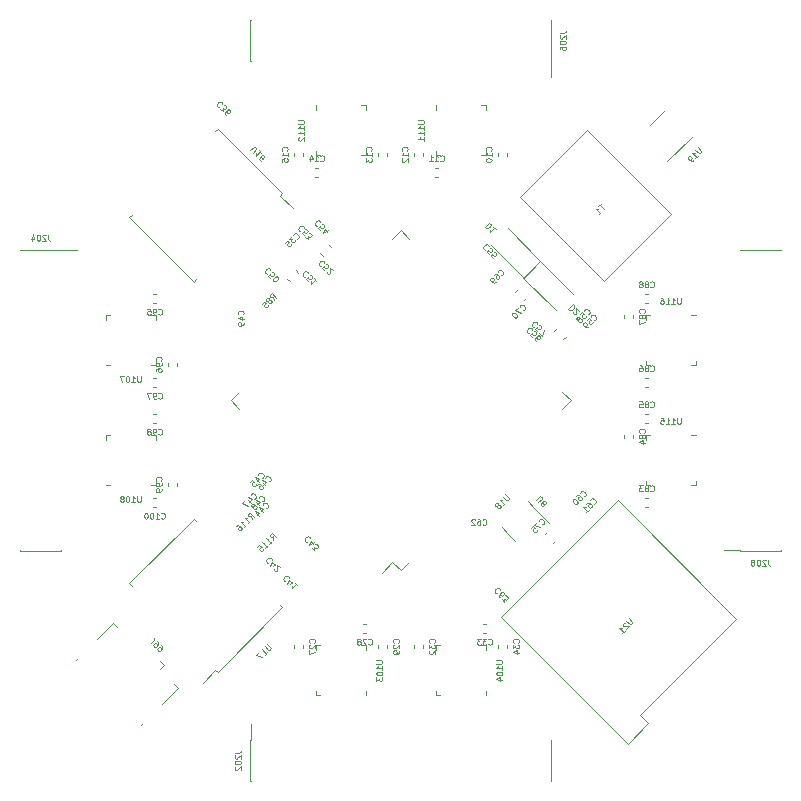
<source format=gbr>
G04 #@! TF.GenerationSoftware,KiCad,Pcbnew,5.99.0-unknown-243631a095~131~ubuntu18.04.1*
G04 #@! TF.CreationDate,2021-09-04T20:13:22+03:00*
G04 #@! TF.ProjectId,FreeEEG128-alpha,46726565-4545-4473-9132-382d616c7068,rev?*
G04 #@! TF.SameCoordinates,Original*
G04 #@! TF.FileFunction,Legend,Bot*
G04 #@! TF.FilePolarity,Positive*
%FSLAX46Y46*%
G04 Gerber Fmt 4.6, Leading zero omitted, Abs format (unit mm)*
G04 Created by KiCad (PCBNEW 5.99.0-unknown-243631a095~131~ubuntu18.04.1) date 2021-09-04 20:13:22*
%MOMM*%
%LPD*%
G01*
G04 APERTURE LIST*
%ADD10C,0.075000*%
%ADD11C,0.120000*%
G04 APERTURE END LIST*
D10*
X25154730Y21421991D02*
X25440940Y21135781D01*
X25457775Y21085273D01*
X25457775Y21051602D01*
X25440940Y21001094D01*
X25373596Y20933750D01*
X25323088Y20916915D01*
X25289417Y20916915D01*
X25238909Y20933750D01*
X24952699Y21219960D01*
X24952699Y20512854D02*
X25154730Y20714884D01*
X25053714Y20613869D02*
X24700161Y20967422D01*
X24784340Y20950586D01*
X24851684Y20950586D01*
X24902192Y20967422D01*
X24784340Y20344495D02*
X24716997Y20277151D01*
X24666489Y20260315D01*
X24632818Y20260315D01*
X24548638Y20277151D01*
X24464459Y20327659D01*
X24329772Y20462346D01*
X24312936Y20512854D01*
X24312936Y20546525D01*
X24329772Y20597033D01*
X24397115Y20664376D01*
X24447623Y20681212D01*
X24481295Y20681212D01*
X24531802Y20664376D01*
X24615982Y20580197D01*
X24632818Y20529689D01*
X24632818Y20496018D01*
X24615982Y20445510D01*
X24548638Y20378167D01*
X24498131Y20361331D01*
X24464459Y20361331D01*
X24413951Y20378167D01*
X-12397247Y-8331784D02*
X-12363575Y-8331784D01*
X-12296232Y-8298112D01*
X-12262560Y-8264441D01*
X-12228888Y-8197097D01*
X-12228888Y-8129754D01*
X-12245724Y-8079246D01*
X-12296232Y-7995067D01*
X-12346739Y-7944559D01*
X-12430919Y-7894051D01*
X-12481426Y-7877216D01*
X-12548770Y-7877216D01*
X-12616113Y-7910887D01*
X-12649785Y-7944559D01*
X-12683457Y-8011903D01*
X-12683457Y-8045574D01*
X-12902323Y-8432800D02*
X-12666621Y-8668502D01*
X-12952831Y-8213933D02*
X-12616113Y-8382292D01*
X-12834980Y-8601158D01*
X-13171697Y-8466471D02*
X-13407400Y-8702174D01*
X-12902323Y-8904204D01*
X-7848015Y10767553D02*
X-7848015Y10801225D01*
X-7881687Y10868568D01*
X-7915358Y10902240D01*
X-7982702Y10935912D01*
X-8050045Y10935912D01*
X-8100553Y10919076D01*
X-8184732Y10868568D01*
X-8235240Y10818061D01*
X-8285748Y10733881D01*
X-8302583Y10683374D01*
X-8302583Y10616030D01*
X-8268912Y10548687D01*
X-8235240Y10515015D01*
X-8167896Y10481343D01*
X-8134225Y10481343D01*
X-7848015Y10127790D02*
X-8016374Y10296148D01*
X-7864851Y10481343D01*
X-7864851Y10447671D01*
X-7848015Y10397164D01*
X-7763835Y10312984D01*
X-7713328Y10296148D01*
X-7679656Y10296148D01*
X-7629148Y10312984D01*
X-7544969Y10397164D01*
X-7528133Y10447671D01*
X-7528133Y10481343D01*
X-7544969Y10531851D01*
X-7629148Y10616030D01*
X-7679656Y10632866D01*
X-7713328Y10632866D01*
X-7140908Y10127790D02*
X-7342938Y10329820D01*
X-7241923Y10228805D02*
X-7595477Y9875251D01*
X-7578641Y9959431D01*
X-7578641Y10026774D01*
X-7595477Y10077282D01*
X16355553Y-8763584D02*
X16389225Y-8763584D01*
X16456568Y-8729912D01*
X16490240Y-8696241D01*
X16523912Y-8628897D01*
X16523912Y-8561554D01*
X16507076Y-8511046D01*
X16456568Y-8426867D01*
X16406061Y-8376359D01*
X16321881Y-8325851D01*
X16271374Y-8309016D01*
X16204030Y-8309016D01*
X16136687Y-8342687D01*
X16103015Y-8376359D01*
X16069343Y-8443703D01*
X16069343Y-8477374D01*
X15732625Y-8746748D02*
X15799969Y-8679405D01*
X15850477Y-8662569D01*
X15884148Y-8662569D01*
X15968328Y-8679405D01*
X16052507Y-8729912D01*
X16187194Y-8864600D01*
X16204030Y-8915107D01*
X16204030Y-8948779D01*
X16187194Y-8999287D01*
X16119851Y-9066630D01*
X16069343Y-9083466D01*
X16035671Y-9083466D01*
X15985164Y-9066630D01*
X15900984Y-8982451D01*
X15884148Y-8931943D01*
X15884148Y-8898271D01*
X15900984Y-8847764D01*
X15968328Y-8780420D01*
X16018835Y-8763584D01*
X16052507Y-8763584D01*
X16103015Y-8780420D01*
X15715790Y-9470691D02*
X15917820Y-9268661D01*
X15816805Y-9369676D02*
X15463251Y-9016122D01*
X15547431Y-9032958D01*
X15614774Y-9032958D01*
X15665282Y-9016122D01*
X-11178046Y-6858584D02*
X-11144374Y-6858584D01*
X-11077031Y-6824912D01*
X-11043359Y-6791241D01*
X-11009687Y-6723897D01*
X-11009687Y-6656554D01*
X-11026523Y-6606046D01*
X-11077031Y-6521867D01*
X-11127538Y-6471359D01*
X-11211718Y-6420851D01*
X-11262225Y-6404016D01*
X-11329569Y-6404016D01*
X-11396912Y-6437687D01*
X-11430584Y-6471359D01*
X-11464256Y-6538703D01*
X-11464256Y-6572374D01*
X-11683122Y-6959599D02*
X-11447420Y-7195302D01*
X-11733630Y-6740733D02*
X-11396912Y-6909092D01*
X-11615779Y-7127958D01*
X-12137691Y-7178466D02*
X-12070348Y-7111122D01*
X-12019840Y-7094287D01*
X-11986168Y-7094287D01*
X-11901989Y-7111122D01*
X-11817809Y-7161630D01*
X-11683122Y-7296317D01*
X-11666287Y-7346825D01*
X-11666287Y-7380496D01*
X-11683122Y-7431004D01*
X-11750466Y-7498348D01*
X-11800974Y-7515183D01*
X-11834645Y-7515183D01*
X-11885153Y-7498348D01*
X-11969332Y-7414168D01*
X-11986168Y-7363661D01*
X-11986168Y-7329989D01*
X-11969332Y-7279481D01*
X-11901989Y-7212138D01*
X-11851481Y-7195302D01*
X-11817809Y-7195302D01*
X-11767302Y-7212138D01*
X-11023015Y10996153D02*
X-11023015Y11029825D01*
X-11056687Y11097168D01*
X-11090358Y11130840D01*
X-11157702Y11164512D01*
X-11225045Y11164512D01*
X-11275553Y11147676D01*
X-11359732Y11097168D01*
X-11410240Y11046661D01*
X-11460748Y10962481D01*
X-11477583Y10911974D01*
X-11477583Y10844630D01*
X-11443912Y10777287D01*
X-11410240Y10743615D01*
X-11342896Y10709943D01*
X-11309225Y10709943D01*
X-11023015Y10356390D02*
X-11191374Y10524748D01*
X-11039851Y10709943D01*
X-11039851Y10676271D01*
X-11023015Y10625764D01*
X-10938835Y10541584D01*
X-10888328Y10524748D01*
X-10854656Y10524748D01*
X-10804148Y10541584D01*
X-10719969Y10625764D01*
X-10703133Y10676271D01*
X-10703133Y10709943D01*
X-10719969Y10760451D01*
X-10804148Y10844630D01*
X-10854656Y10861466D01*
X-10888328Y10861466D01*
X-10787312Y10120687D02*
X-10753641Y10087016D01*
X-10703133Y10070180D01*
X-10669461Y10070180D01*
X-10618954Y10087016D01*
X-10534774Y10137523D01*
X-10450595Y10221703D01*
X-10400087Y10305882D01*
X-10383251Y10356390D01*
X-10383251Y10390061D01*
X-10400087Y10440569D01*
X-10433759Y10474241D01*
X-10484267Y10491077D01*
X-10517938Y10491077D01*
X-10568446Y10474241D01*
X-10652625Y10423733D01*
X-10736805Y10339554D01*
X-10787312Y10255374D01*
X-10804148Y10204867D01*
X-10804148Y10171195D01*
X-10787312Y10120687D01*
X8854720Y-7953854D02*
X9140930Y-8240064D01*
X9157765Y-8290572D01*
X9157765Y-8324243D01*
X9140930Y-8374751D01*
X9073586Y-8442095D01*
X9023078Y-8458930D01*
X8989407Y-8458930D01*
X8938899Y-8442095D01*
X8652689Y-8155885D01*
X8652689Y-8862991D02*
X8854720Y-8660961D01*
X8753704Y-8761976D02*
X8400151Y-8408423D01*
X8484330Y-8425259D01*
X8551674Y-8425259D01*
X8602182Y-8408423D01*
X8248628Y-8862991D02*
X8265464Y-8812484D01*
X8265464Y-8778812D01*
X8248628Y-8728304D01*
X8231792Y-8711469D01*
X8181285Y-8694633D01*
X8147613Y-8694633D01*
X8097105Y-8711469D01*
X8029762Y-8778812D01*
X8012926Y-8829320D01*
X8012926Y-8862991D01*
X8029762Y-8913499D01*
X8046598Y-8930335D01*
X8097105Y-8947171D01*
X8130777Y-8947171D01*
X8181285Y-8930335D01*
X8248628Y-8862991D01*
X8299136Y-8846156D01*
X8332808Y-8846156D01*
X8383315Y-8862991D01*
X8450659Y-8930335D01*
X8467495Y-8980843D01*
X8467495Y-9014514D01*
X8450659Y-9065022D01*
X8383315Y-9132365D01*
X8332808Y-9149201D01*
X8299136Y-9149201D01*
X8248628Y-9132365D01*
X8181285Y-9065022D01*
X8164449Y-9014514D01*
X8164449Y-8980843D01*
X8181285Y-8930335D01*
X-12601616Y-10051297D02*
X-12652123Y-9765087D01*
X-12399585Y-9849267D02*
X-12753138Y-9495713D01*
X-12887825Y-9630400D01*
X-12904661Y-9680908D01*
X-12904661Y-9714580D01*
X-12887825Y-9765087D01*
X-12837318Y-9815595D01*
X-12786810Y-9832431D01*
X-12753138Y-9832431D01*
X-12702631Y-9815595D01*
X-12567944Y-9680908D01*
X-12938333Y-10388015D02*
X-12736303Y-10185984D01*
X-12837318Y-10287000D02*
X-13190871Y-9933446D01*
X-13106692Y-9950282D01*
X-13039348Y-9950282D01*
X-12988841Y-9933446D01*
X-13275051Y-10724732D02*
X-13073020Y-10522702D01*
X-13174035Y-10623717D02*
X-13527589Y-10270164D01*
X-13443409Y-10287000D01*
X-13376066Y-10287000D01*
X-13325558Y-10270164D01*
X-13931650Y-10674225D02*
X-13864306Y-10606881D01*
X-13813799Y-10590045D01*
X-13780127Y-10590045D01*
X-13695948Y-10606881D01*
X-13611768Y-10657389D01*
X-13477081Y-10792076D01*
X-13460245Y-10842583D01*
X-13460245Y-10876255D01*
X-13477081Y-10926763D01*
X-13544425Y-10994106D01*
X-13594932Y-11010942D01*
X-13628604Y-11010942D01*
X-13679112Y-10994106D01*
X-13763291Y-10909927D01*
X-13780127Y-10859419D01*
X-13780127Y-10825748D01*
X-13763291Y-10775240D01*
X-13695948Y-10707896D01*
X-13645440Y-10691061D01*
X-13611768Y-10691061D01*
X-13561261Y-10707896D01*
X-11312879Y-20628454D02*
X-11026669Y-20914664D01*
X-11009834Y-20965172D01*
X-11009834Y-20998843D01*
X-11026669Y-21049351D01*
X-11094013Y-21116695D01*
X-11144521Y-21133530D01*
X-11178192Y-21133530D01*
X-11228700Y-21116695D01*
X-11514910Y-20830485D01*
X-11514910Y-21537591D02*
X-11312879Y-21335561D01*
X-11413895Y-21436576D02*
X-11767448Y-21083023D01*
X-11683269Y-21099859D01*
X-11615925Y-21099859D01*
X-11565417Y-21083023D01*
X-11986314Y-21301889D02*
X-12222017Y-21537591D01*
X-11716940Y-21739622D01*
X16380953Y6806616D02*
X16414625Y6806616D01*
X16481968Y6840288D01*
X16515640Y6873959D01*
X16549312Y6941303D01*
X16549312Y7008646D01*
X16532476Y7059154D01*
X16481968Y7143333D01*
X16431461Y7193841D01*
X16347281Y7244349D01*
X16296774Y7261184D01*
X16229430Y7261184D01*
X16162087Y7227513D01*
X16128415Y7193841D01*
X16094743Y7126497D01*
X16094743Y7092826D01*
X15741190Y6806616D02*
X15909548Y6974975D01*
X16094743Y6823452D01*
X16061071Y6823452D01*
X16010564Y6806616D01*
X15926384Y6722436D01*
X15909548Y6671929D01*
X15909548Y6638257D01*
X15926384Y6587749D01*
X16010564Y6503570D01*
X16061071Y6486734D01*
X16094743Y6486734D01*
X16145251Y6503570D01*
X16229430Y6587749D01*
X16246266Y6638257D01*
X16246266Y6671929D01*
X15909548Y6267868D02*
X15842205Y6200524D01*
X15791697Y6183688D01*
X15758025Y6183688D01*
X15673846Y6200524D01*
X15589667Y6251032D01*
X15454980Y6385719D01*
X15438144Y6436226D01*
X15438144Y6469898D01*
X15454980Y6520406D01*
X15522323Y6587749D01*
X15572831Y6604585D01*
X15606503Y6604585D01*
X15657010Y6587749D01*
X15741190Y6503570D01*
X15758025Y6453062D01*
X15758025Y6419391D01*
X15741190Y6368883D01*
X15673846Y6301539D01*
X15623338Y6284704D01*
X15589667Y6284704D01*
X15539159Y6301539D01*
X14554784Y8117097D02*
X14201231Y7763544D01*
X14285410Y7679365D01*
X14352754Y7645693D01*
X14420097Y7645693D01*
X14470605Y7662529D01*
X14554784Y7713036D01*
X14605292Y7763544D01*
X14655800Y7847723D01*
X14672635Y7898231D01*
X14672635Y7965575D01*
X14638964Y8032918D01*
X14554784Y8117097D01*
X14571620Y7460498D02*
X14571620Y7426826D01*
X14588456Y7376319D01*
X14672635Y7292139D01*
X14723143Y7275304D01*
X14756815Y7275304D01*
X14807322Y7292139D01*
X14840994Y7325811D01*
X14874666Y7393155D01*
X14874666Y7797216D01*
X15093532Y7578349D01*
X11557584Y6500353D02*
X11557584Y6534025D01*
X11523912Y6601368D01*
X11490241Y6635040D01*
X11422897Y6668712D01*
X11355554Y6668712D01*
X11305046Y6651876D01*
X11220867Y6601368D01*
X11170359Y6550861D01*
X11119851Y6466681D01*
X11103016Y6416174D01*
X11103016Y6348830D01*
X11136687Y6281487D01*
X11170359Y6247815D01*
X11237703Y6214143D01*
X11271374Y6214143D01*
X11557584Y5860590D02*
X11389225Y6028948D01*
X11540748Y6214143D01*
X11540748Y6180471D01*
X11557584Y6129964D01*
X11641764Y6045784D01*
X11692271Y6028948D01*
X11725943Y6028948D01*
X11776451Y6045784D01*
X11860630Y6129964D01*
X11877466Y6180471D01*
X11877466Y6214143D01*
X11860630Y6264651D01*
X11776451Y6348830D01*
X11725943Y6365666D01*
X11692271Y6365666D01*
X11692271Y5725903D02*
X11927974Y5490200D01*
X12130004Y5995277D01*
X-7670214Y-11686046D02*
X-7670214Y-11652374D01*
X-7703886Y-11585031D01*
X-7737557Y-11551359D01*
X-7804901Y-11517687D01*
X-7872244Y-11517687D01*
X-7922752Y-11534523D01*
X-8006931Y-11585031D01*
X-8057439Y-11635538D01*
X-8107947Y-11719718D01*
X-8124782Y-11770225D01*
X-8124782Y-11837569D01*
X-8091111Y-11904912D01*
X-8057439Y-11938584D01*
X-7990095Y-11972256D01*
X-7956424Y-11972256D01*
X-7569199Y-12191122D02*
X-7333496Y-11955420D01*
X-7788065Y-12241630D02*
X-7619706Y-11904912D01*
X-7400840Y-12123779D01*
X-7535527Y-12460496D02*
X-7316660Y-12679363D01*
X-7299824Y-12426825D01*
X-7249317Y-12477332D01*
X-7198809Y-12494168D01*
X-7165137Y-12494168D01*
X-7114630Y-12477332D01*
X-7030450Y-12393153D01*
X-7013615Y-12342645D01*
X-7013615Y-12308974D01*
X-7030450Y-12258466D01*
X-7131466Y-12157451D01*
X-7181973Y-12140615D01*
X-7215645Y-12140615D01*
X10355773Y7655175D02*
X10389445Y7655175D01*
X10456788Y7688847D01*
X10490460Y7722518D01*
X10524132Y7789862D01*
X10524132Y7857205D01*
X10507296Y7907713D01*
X10456788Y7991892D01*
X10406281Y8042400D01*
X10322101Y8092908D01*
X10271594Y8109743D01*
X10204250Y8109743D01*
X10136907Y8076072D01*
X10103235Y8042400D01*
X10069563Y7975056D01*
X10069563Y7941385D01*
X9918040Y7857205D02*
X9682338Y7621503D01*
X10187414Y7419472D01*
X9480307Y7419472D02*
X9446636Y7385801D01*
X9429800Y7335293D01*
X9429800Y7301621D01*
X9446636Y7251114D01*
X9497143Y7166934D01*
X9581323Y7082755D01*
X9665502Y7032247D01*
X9716010Y7015411D01*
X9749681Y7015411D01*
X9800189Y7032247D01*
X9833861Y7065919D01*
X9850697Y7116427D01*
X9850697Y7150098D01*
X9833861Y7200606D01*
X9783353Y7284785D01*
X9699174Y7368965D01*
X9614994Y7419472D01*
X9564487Y7436308D01*
X9530815Y7436308D01*
X9480307Y7419472D01*
X7450104Y13035973D02*
X7450104Y13069645D01*
X7416432Y13136988D01*
X7382761Y13170660D01*
X7315417Y13204332D01*
X7248074Y13204332D01*
X7197566Y13187496D01*
X7113387Y13136988D01*
X7062879Y13086481D01*
X7012371Y13002301D01*
X6995536Y12951794D01*
X6995536Y12884450D01*
X7029207Y12817107D01*
X7062879Y12783435D01*
X7130223Y12749763D01*
X7163894Y12749763D01*
X7450104Y12396210D02*
X7281745Y12564568D01*
X7433268Y12749763D01*
X7433268Y12716091D01*
X7450104Y12665584D01*
X7534284Y12581404D01*
X7584791Y12564568D01*
X7618463Y12564568D01*
X7668971Y12581404D01*
X7753150Y12665584D01*
X7769986Y12716091D01*
X7769986Y12749763D01*
X7753150Y12800271D01*
X7668971Y12884450D01*
X7618463Y12901286D01*
X7584791Y12901286D01*
X7786822Y12059492D02*
X7618463Y12227851D01*
X7769986Y12413045D01*
X7769986Y12379374D01*
X7786822Y12328866D01*
X7871001Y12244687D01*
X7921509Y12227851D01*
X7955181Y12227851D01*
X8005688Y12244687D01*
X8089868Y12328866D01*
X8106703Y12379374D01*
X8106703Y12413045D01*
X8089868Y12463553D01*
X8005688Y12547732D01*
X7955181Y12564568D01*
X7921509Y12564568D01*
X-10921415Y-13489446D02*
X-10921415Y-13455774D01*
X-10955087Y-13388431D01*
X-10988758Y-13354759D01*
X-11056102Y-13321087D01*
X-11123445Y-13321087D01*
X-11173953Y-13337923D01*
X-11258132Y-13388431D01*
X-11308640Y-13438938D01*
X-11359148Y-13523118D01*
X-11375983Y-13573625D01*
X-11375983Y-13640969D01*
X-11342312Y-13708312D01*
X-11308640Y-13741984D01*
X-11241296Y-13775656D01*
X-11207625Y-13775656D01*
X-10820400Y-13994522D02*
X-10584697Y-13758820D01*
X-11039266Y-14045030D02*
X-10870907Y-13708312D01*
X-10652041Y-13927179D01*
X-10736220Y-14247061D02*
X-10736220Y-14280732D01*
X-10719384Y-14331240D01*
X-10635205Y-14415419D01*
X-10584697Y-14432255D01*
X-10551025Y-14432255D01*
X-10500518Y-14415419D01*
X-10466846Y-14381748D01*
X-10433174Y-14314404D01*
X-10433174Y-13910343D01*
X-10214308Y-14129209D01*
X-10772816Y-11803897D02*
X-10823323Y-11517687D01*
X-10570785Y-11601867D02*
X-10924338Y-11248313D01*
X-11059025Y-11383000D01*
X-11075861Y-11433508D01*
X-11075861Y-11467180D01*
X-11059025Y-11517687D01*
X-11008518Y-11568195D01*
X-10958010Y-11585031D01*
X-10924338Y-11585031D01*
X-10873831Y-11568195D01*
X-10739144Y-11433508D01*
X-11109533Y-12140615D02*
X-10907503Y-11938584D01*
X-11008518Y-12039600D02*
X-11362071Y-11686046D01*
X-11277892Y-11702882D01*
X-11210548Y-11702882D01*
X-11160041Y-11686046D01*
X-11446251Y-12477332D02*
X-11244220Y-12275302D01*
X-11345235Y-12376317D02*
X-11698789Y-12022764D01*
X-11614609Y-12039600D01*
X-11547266Y-12039600D01*
X-11496758Y-12022764D01*
X-12119686Y-12443661D02*
X-11951327Y-12275302D01*
X-11766132Y-12426825D01*
X-11799804Y-12426825D01*
X-11850312Y-12443661D01*
X-11934491Y-12527840D01*
X-11951327Y-12578348D01*
X-11951327Y-12612019D01*
X-11934491Y-12662527D01*
X-11850312Y-12746706D01*
X-11799804Y-12763542D01*
X-11766132Y-12763542D01*
X-11715625Y-12746706D01*
X-11631445Y-12662527D01*
X-11614609Y-12612019D01*
X-11614609Y-12578348D01*
X-8203615Y14628353D02*
X-8203615Y14662025D01*
X-8237287Y14729368D01*
X-8270958Y14763040D01*
X-8338302Y14796712D01*
X-8405645Y14796712D01*
X-8456153Y14779876D01*
X-8540332Y14729368D01*
X-8590840Y14678861D01*
X-8641348Y14594681D01*
X-8658183Y14544174D01*
X-8658183Y14476830D01*
X-8624512Y14409487D01*
X-8590840Y14375815D01*
X-8523496Y14342143D01*
X-8489825Y14342143D01*
X-8203615Y13988590D02*
X-8371974Y14156948D01*
X-8220451Y14342143D01*
X-8220451Y14308471D01*
X-8203615Y14257964D01*
X-8119435Y14173784D01*
X-8068928Y14156948D01*
X-8035256Y14156948D01*
X-7984748Y14173784D01*
X-7900569Y14257964D01*
X-7883733Y14308471D01*
X-7883733Y14342143D01*
X-7900569Y14392651D01*
X-7984748Y14476830D01*
X-8035256Y14493666D01*
X-8068928Y14493666D01*
X-8068928Y13853903D02*
X-7850061Y13635036D01*
X-7833225Y13887574D01*
X-7782718Y13837067D01*
X-7732210Y13820231D01*
X-7698538Y13820231D01*
X-7648031Y13837067D01*
X-7563851Y13921246D01*
X-7547016Y13971754D01*
X-7547016Y14005425D01*
X-7563851Y14055933D01*
X-7664867Y14156948D01*
X-7715374Y14173784D01*
X-7749046Y14173784D01*
X-11711446Y-8534984D02*
X-11677774Y-8534984D01*
X-11610431Y-8501312D01*
X-11576759Y-8467641D01*
X-11543087Y-8400297D01*
X-11543087Y-8332954D01*
X-11559923Y-8282446D01*
X-11610431Y-8198267D01*
X-11660938Y-8147759D01*
X-11745118Y-8097251D01*
X-11795625Y-8080416D01*
X-11862969Y-8080416D01*
X-11930312Y-8114087D01*
X-11963984Y-8147759D01*
X-11997656Y-8215103D01*
X-11997656Y-8248774D01*
X-12216522Y-8636000D02*
X-11980820Y-8871702D01*
X-12267030Y-8417133D02*
X-11930312Y-8585492D01*
X-12149179Y-8804358D01*
X-12418553Y-8905374D02*
X-12401717Y-8854866D01*
X-12401717Y-8821194D01*
X-12418553Y-8770687D01*
X-12435389Y-8753851D01*
X-12485896Y-8737015D01*
X-12519568Y-8737015D01*
X-12570076Y-8753851D01*
X-12637419Y-8821194D01*
X-12654255Y-8871702D01*
X-12654255Y-8905374D01*
X-12637419Y-8955881D01*
X-12620583Y-8972717D01*
X-12570076Y-8989553D01*
X-12536404Y-8989553D01*
X-12485896Y-8972717D01*
X-12418553Y-8905374D01*
X-12368045Y-8888538D01*
X-12334374Y-8888538D01*
X-12283866Y-8905374D01*
X-12216522Y-8972717D01*
X-12199687Y-9023225D01*
X-12199687Y-9056896D01*
X-12216522Y-9107404D01*
X-12283866Y-9174748D01*
X-12334374Y-9191583D01*
X-12368045Y-9191583D01*
X-12418553Y-9174748D01*
X-12485896Y-9107404D01*
X-12502732Y-9056896D01*
X-12502732Y-9023225D01*
X-12485896Y-8972717D01*
X-12721928Y21173537D02*
X-12435718Y21459747D01*
X-12385210Y21476582D01*
X-12351539Y21476582D01*
X-12301031Y21459747D01*
X-12233687Y21392403D01*
X-12216852Y21341895D01*
X-12216852Y21308224D01*
X-12233687Y21257716D01*
X-12519897Y20971506D01*
X-11812791Y20971506D02*
X-12014821Y21173537D01*
X-11913806Y21072521D02*
X-12267359Y20718968D01*
X-12250523Y20803147D01*
X-12250523Y20870491D01*
X-12267359Y20920999D01*
X-11846462Y20298071D02*
X-12014821Y20466430D01*
X-11863298Y20651625D01*
X-11863298Y20617953D01*
X-11846462Y20567445D01*
X-11762283Y20483266D01*
X-11711775Y20466430D01*
X-11678104Y20466430D01*
X-11627596Y20483266D01*
X-11543417Y20567445D01*
X-11526581Y20617953D01*
X-11526581Y20651625D01*
X-11543417Y20702132D01*
X-11627596Y20786312D01*
X-11678104Y20803147D01*
X-11711775Y20803147D01*
X-8790446Y13690015D02*
X-8756774Y13690015D01*
X-8689431Y13723687D01*
X-8655759Y13757358D01*
X-8622087Y13824702D01*
X-8622087Y13892045D01*
X-8638923Y13942553D01*
X-8689431Y14026732D01*
X-8739938Y14077240D01*
X-8824118Y14127748D01*
X-8874625Y14144583D01*
X-8941969Y14144583D01*
X-9009312Y14110912D01*
X-9042984Y14077240D01*
X-9076656Y14009896D01*
X-9076656Y13976225D01*
X-9228179Y13892045D02*
X-9447045Y13673179D01*
X-9194507Y13656343D01*
X-9245015Y13605835D01*
X-9261851Y13555328D01*
X-9261851Y13521656D01*
X-9245015Y13471148D01*
X-9160835Y13386969D01*
X-9110328Y13370133D01*
X-9076656Y13370133D01*
X-9026148Y13386969D01*
X-8925133Y13487984D01*
X-8908297Y13538492D01*
X-8908297Y13572164D01*
X-9766927Y13353297D02*
X-9598568Y13521656D01*
X-9413374Y13370133D01*
X-9447045Y13370133D01*
X-9497553Y13353297D01*
X-9581732Y13269118D01*
X-9598568Y13218610D01*
X-9598568Y13184938D01*
X-9581732Y13134431D01*
X-9497553Y13050251D01*
X-9447045Y13033416D01*
X-9413374Y13033416D01*
X-9362866Y13050251D01*
X-9278687Y13134431D01*
X-9261851Y13184938D01*
X-9261851Y13218610D01*
X-21138952Y-20566532D02*
X-20886414Y-20313994D01*
X-20852742Y-20246651D01*
X-20852742Y-20179307D01*
X-20886414Y-20111964D01*
X-20920086Y-20078292D01*
X-20600204Y-20398173D02*
X-20532860Y-20465517D01*
X-20516025Y-20516025D01*
X-20516025Y-20549696D01*
X-20532860Y-20633876D01*
X-20583368Y-20718055D01*
X-20718055Y-20852742D01*
X-20768563Y-20869578D01*
X-20802234Y-20869578D01*
X-20852742Y-20852742D01*
X-20920086Y-20785399D01*
X-20936921Y-20734891D01*
X-20936921Y-20701219D01*
X-20920086Y-20650712D01*
X-20835906Y-20566532D01*
X-20785399Y-20549696D01*
X-20751727Y-20549696D01*
X-20701219Y-20566532D01*
X-20633876Y-20633876D01*
X-20617040Y-20684383D01*
X-20617040Y-20718055D01*
X-20633876Y-20768563D01*
X-20263486Y-20734891D02*
X-20196143Y-20802234D01*
X-20179307Y-20852742D01*
X-20179307Y-20886414D01*
X-20196143Y-20970593D01*
X-20246651Y-21054773D01*
X-20381338Y-21189460D01*
X-20431845Y-21206295D01*
X-20465517Y-21206295D01*
X-20516025Y-21189460D01*
X-20583368Y-21122116D01*
X-20600204Y-21071608D01*
X-20600204Y-21037937D01*
X-20583368Y-20987429D01*
X-20499189Y-20903250D01*
X-20448681Y-20886414D01*
X-20415009Y-20886414D01*
X-20364502Y-20903250D01*
X-20297158Y-20970593D01*
X-20280322Y-21021101D01*
X-20280322Y-21054773D01*
X-20297158Y-21105280D01*
X19316475Y-18443699D02*
X19602685Y-18729909D01*
X19619520Y-18780417D01*
X19619520Y-18814088D01*
X19602685Y-18864596D01*
X19535341Y-18931940D01*
X19484833Y-18948775D01*
X19451162Y-18948775D01*
X19400654Y-18931940D01*
X19114444Y-18645730D01*
X18996593Y-18830924D02*
X18962921Y-18830924D01*
X18912414Y-18847760D01*
X18828234Y-18931940D01*
X18811398Y-18982447D01*
X18811398Y-19016119D01*
X18828234Y-19066627D01*
X18861906Y-19100298D01*
X18929250Y-19133970D01*
X19333311Y-19133970D01*
X19114444Y-19352836D01*
X18777727Y-19689554D02*
X18979757Y-19487523D01*
X18878742Y-19588539D02*
X18525189Y-19234985D01*
X18609368Y-19251821D01*
X18676711Y-19251821D01*
X18727219Y-19234985D01*
X8407984Y-16054846D02*
X8407984Y-16021174D01*
X8374312Y-15953831D01*
X8340641Y-15920159D01*
X8273297Y-15886487D01*
X8205954Y-15886487D01*
X8155446Y-15903323D01*
X8071267Y-15953831D01*
X8020759Y-16004338D01*
X7970251Y-16088518D01*
X7953416Y-16139025D01*
X7953416Y-16206369D01*
X7987087Y-16273712D01*
X8020759Y-16307384D01*
X8088103Y-16341056D01*
X8121774Y-16341056D01*
X8391148Y-16677774D02*
X8323805Y-16610430D01*
X8306969Y-16559922D01*
X8306969Y-16526251D01*
X8323805Y-16442071D01*
X8374312Y-16357892D01*
X8509000Y-16223205D01*
X8559507Y-16206369D01*
X8593179Y-16206369D01*
X8643687Y-16223205D01*
X8711030Y-16290548D01*
X8727866Y-16341056D01*
X8727866Y-16374728D01*
X8711030Y-16425235D01*
X8626851Y-16509415D01*
X8576343Y-16526251D01*
X8542671Y-16526251D01*
X8492164Y-16509415D01*
X8424820Y-16442071D01*
X8407984Y-16391564D01*
X8407984Y-16357892D01*
X8424820Y-16307384D01*
X8542671Y-16829296D02*
X8761538Y-17048163D01*
X8778374Y-16795625D01*
X8828881Y-16846132D01*
X8879389Y-16862968D01*
X8913061Y-16862968D01*
X8963568Y-16846132D01*
X9047748Y-16761953D01*
X9064583Y-16711445D01*
X9064583Y-16677774D01*
X9047748Y-16627266D01*
X8946732Y-16526251D01*
X8896225Y-16509415D01*
X8862553Y-16509415D01*
X-6806615Y15060153D02*
X-6806615Y15093825D01*
X-6840287Y15161168D01*
X-6873958Y15194840D01*
X-6941302Y15228512D01*
X-7008645Y15228512D01*
X-7059153Y15211676D01*
X-7143332Y15161168D01*
X-7193840Y15110661D01*
X-7244348Y15026481D01*
X-7261183Y14975974D01*
X-7261183Y14908630D01*
X-7227512Y14841287D01*
X-7193840Y14807615D01*
X-7126496Y14773943D01*
X-7092825Y14773943D01*
X-6806615Y14420390D02*
X-6974974Y14588748D01*
X-6823451Y14773943D01*
X-6823451Y14740271D01*
X-6806615Y14689764D01*
X-6722435Y14605584D01*
X-6671928Y14588748D01*
X-6638256Y14588748D01*
X-6587748Y14605584D01*
X-6503569Y14689764D01*
X-6486733Y14740271D01*
X-6486733Y14773943D01*
X-6503569Y14824451D01*
X-6587748Y14908630D01*
X-6638256Y14925466D01*
X-6671928Y14925466D01*
X-6368882Y14218359D02*
X-6133180Y14454061D01*
X-6587748Y14167851D02*
X-6419390Y14504569D01*
X-6200523Y14285703D01*
X7493584Y15051296D02*
X7140031Y14697743D01*
X7224210Y14613564D01*
X7291554Y14579892D01*
X7358897Y14579892D01*
X7409405Y14596728D01*
X7493584Y14647235D01*
X7544092Y14697743D01*
X7594599Y14781922D01*
X7611435Y14832430D01*
X7611435Y14899774D01*
X7577764Y14967117D01*
X7493584Y15051296D01*
X8032332Y14512548D02*
X7830302Y14714579D01*
X7931317Y14613564D02*
X7577764Y14260010D01*
X7594600Y14344190D01*
X7594600Y14411533D01*
X7577764Y14462041D01*
X6948494Y-10506069D02*
X6972304Y-10529878D01*
X7043732Y-10553688D01*
X7091351Y-10553688D01*
X7162780Y-10529878D01*
X7210399Y-10482259D01*
X7234208Y-10434640D01*
X7258018Y-10339402D01*
X7258018Y-10267974D01*
X7234208Y-10172736D01*
X7210399Y-10125117D01*
X7162780Y-10077498D01*
X7091351Y-10053688D01*
X7043732Y-10053688D01*
X6972304Y-10077498D01*
X6948494Y-10101307D01*
X6519923Y-10053688D02*
X6615161Y-10053688D01*
X6662780Y-10077498D01*
X6686589Y-10101307D01*
X6734208Y-10172736D01*
X6758018Y-10267974D01*
X6758018Y-10458450D01*
X6734208Y-10506069D01*
X6710399Y-10529878D01*
X6662780Y-10553688D01*
X6567542Y-10553688D01*
X6519923Y-10529878D01*
X6496113Y-10506069D01*
X6472304Y-10458450D01*
X6472304Y-10339402D01*
X6496113Y-10291783D01*
X6519923Y-10267974D01*
X6567542Y-10244164D01*
X6662780Y-10244164D01*
X6710399Y-10267974D01*
X6734208Y-10291783D01*
X6758018Y-10339402D01*
X6281827Y-10101307D02*
X6258018Y-10077498D01*
X6210399Y-10053688D01*
X6091351Y-10053688D01*
X6043732Y-10077498D01*
X6019923Y-10101307D01*
X5996113Y-10148926D01*
X5996113Y-10196545D01*
X6019923Y-10267974D01*
X6305637Y-10553688D01*
X5996113Y-10553688D01*
X-10737974Y8500143D02*
X-10788482Y8786353D01*
X-10535944Y8702174D02*
X-10889497Y9055727D01*
X-11024184Y8921040D01*
X-11041020Y8870532D01*
X-11041020Y8836861D01*
X-11024184Y8786353D01*
X-10973677Y8735845D01*
X-10923169Y8719009D01*
X-10889497Y8719009D01*
X-10838990Y8735845D01*
X-10704303Y8870532D01*
X-11142035Y8500143D02*
X-11125200Y8550651D01*
X-11125199Y8584322D01*
X-11142035Y8634830D01*
X-11158871Y8651666D01*
X-11209379Y8668502D01*
X-11243051Y8668502D01*
X-11293558Y8651666D01*
X-11360902Y8584322D01*
X-11377738Y8533815D01*
X-11377738Y8500143D01*
X-11360902Y8449635D01*
X-11344066Y8432800D01*
X-11293558Y8415964D01*
X-11259887Y8415964D01*
X-11209379Y8432800D01*
X-11142035Y8500143D01*
X-11091528Y8516979D01*
X-11057856Y8516979D01*
X-11007348Y8500143D01*
X-10940005Y8432800D01*
X-10923169Y8382292D01*
X-10923169Y8348620D01*
X-10940005Y8298112D01*
X-11007348Y8230769D01*
X-11057856Y8213933D01*
X-11091528Y8213933D01*
X-11142035Y8230769D01*
X-11209379Y8298112D01*
X-11226215Y8348620D01*
X-11226215Y8382292D01*
X-11209379Y8432800D01*
X-11748127Y8197097D02*
X-11579768Y8365456D01*
X-11394574Y8213933D01*
X-11428245Y8213933D01*
X-11478753Y8197097D01*
X-11562932Y8112918D01*
X-11579768Y8062410D01*
X-11579768Y8028738D01*
X-11562932Y7978231D01*
X-11478753Y7894051D01*
X-11428245Y7877216D01*
X-11394574Y7877216D01*
X-11344066Y7894051D01*
X-11259887Y7978231D01*
X-11243051Y8028738D01*
X-11243051Y8062410D01*
X8506954Y10591215D02*
X8540626Y10591215D01*
X8607969Y10624887D01*
X8641641Y10658558D01*
X8675313Y10725902D01*
X8675313Y10793245D01*
X8658477Y10843753D01*
X8607969Y10927932D01*
X8557462Y10978440D01*
X8473282Y11028948D01*
X8422775Y11045783D01*
X8355431Y11045783D01*
X8288088Y11012112D01*
X8254416Y10978440D01*
X8220744Y10911096D01*
X8220744Y10877425D01*
X7884026Y10608051D02*
X7951370Y10675394D01*
X8001878Y10692230D01*
X8035549Y10692230D01*
X8119729Y10675394D01*
X8203908Y10624887D01*
X8338595Y10490200D01*
X8355431Y10439692D01*
X8355431Y10406020D01*
X8338595Y10355512D01*
X8271252Y10288169D01*
X8220744Y10271333D01*
X8187072Y10271333D01*
X8136565Y10288169D01*
X8052385Y10372348D01*
X8035549Y10422856D01*
X8035549Y10456528D01*
X8052385Y10507035D01*
X8119729Y10574379D01*
X8170236Y10591215D01*
X8203908Y10591215D01*
X8254416Y10574379D01*
X8035549Y10052467D02*
X7968206Y9985123D01*
X7917698Y9968287D01*
X7884026Y9968287D01*
X7799847Y9985123D01*
X7715668Y10035631D01*
X7580981Y10170318D01*
X7564145Y10220825D01*
X7564145Y10254497D01*
X7580981Y10305005D01*
X7648324Y10372348D01*
X7698832Y10389184D01*
X7732504Y10389184D01*
X7783011Y10372348D01*
X7867191Y10288169D01*
X7884026Y10237661D01*
X7884026Y10203990D01*
X7867191Y10153482D01*
X7799847Y10086138D01*
X7749339Y10069303D01*
X7715668Y10069303D01*
X7665160Y10086138D01*
X11151184Y5992353D02*
X11151184Y6026025D01*
X11117512Y6093368D01*
X11083841Y6127040D01*
X11016497Y6160712D01*
X10949154Y6160712D01*
X10898646Y6143876D01*
X10814467Y6093368D01*
X10763959Y6042861D01*
X10713451Y5958681D01*
X10696616Y5908174D01*
X10696616Y5840830D01*
X10730287Y5773487D01*
X10763959Y5739815D01*
X10831303Y5706143D01*
X10864974Y5706143D01*
X11151184Y5352590D02*
X10982825Y5520948D01*
X11134348Y5706143D01*
X11134348Y5672471D01*
X11151184Y5621964D01*
X11235364Y5537784D01*
X11285871Y5520948D01*
X11319543Y5520948D01*
X11370051Y5537784D01*
X11454230Y5621964D01*
X11471066Y5672471D01*
X11471066Y5706143D01*
X11454230Y5756651D01*
X11370051Y5840830D01*
X11319543Y5857666D01*
X11285871Y5857666D01*
X11471066Y5032708D02*
X11403722Y5100051D01*
X11386887Y5150559D01*
X11386887Y5184231D01*
X11403722Y5268410D01*
X11454230Y5352590D01*
X11588917Y5487277D01*
X11639425Y5504112D01*
X11673096Y5504112D01*
X11723604Y5487277D01*
X11790948Y5419933D01*
X11807783Y5369425D01*
X11807783Y5335754D01*
X11790948Y5285246D01*
X11706768Y5201067D01*
X11656261Y5184231D01*
X11622589Y5184231D01*
X11572081Y5201067D01*
X11504738Y5268410D01*
X11487902Y5318918D01*
X11487902Y5352590D01*
X11504738Y5403097D01*
X-13334228Y7281028D02*
X-13310419Y7304838D01*
X-13286609Y7376266D01*
X-13286609Y7423885D01*
X-13310419Y7495314D01*
X-13358038Y7542933D01*
X-13405657Y7566742D01*
X-13500895Y7590552D01*
X-13572323Y7590552D01*
X-13667561Y7566742D01*
X-13715180Y7542933D01*
X-13762800Y7495314D01*
X-13786609Y7423885D01*
X-13786609Y7376266D01*
X-13762800Y7304838D01*
X-13738990Y7281028D01*
X-13619942Y6852457D02*
X-13286609Y6852457D01*
X-13810419Y6971504D02*
X-13453276Y7090552D01*
X-13453276Y6781028D01*
X-13286609Y6566742D02*
X-13286609Y6471504D01*
X-13310419Y6423885D01*
X-13334228Y6400076D01*
X-13405657Y6352457D01*
X-13500895Y6328647D01*
X-13691371Y6328647D01*
X-13738990Y6352457D01*
X-13762800Y6376266D01*
X-13786609Y6423885D01*
X-13786609Y6519123D01*
X-13762800Y6566742D01*
X-13738990Y6590552D01*
X-13691371Y6614361D01*
X-13572323Y6614361D01*
X-13524704Y6590552D01*
X-13500895Y6566742D01*
X-13477085Y6519123D01*
X-13477085Y6423885D01*
X-13500895Y6376266D01*
X-13524704Y6352457D01*
X-13572323Y6328647D01*
X15822153Y7289215D02*
X15855825Y7289215D01*
X15923168Y7322887D01*
X15956840Y7356558D01*
X15990512Y7423902D01*
X15990512Y7491245D01*
X15973676Y7541753D01*
X15923168Y7625932D01*
X15872661Y7676440D01*
X15788481Y7726948D01*
X15737974Y7743783D01*
X15670630Y7743783D01*
X15603287Y7710112D01*
X15569615Y7676440D01*
X15535943Y7609096D01*
X15535943Y7575425D01*
X15182390Y7289215D02*
X15350748Y7457574D01*
X15535943Y7306051D01*
X15502271Y7306051D01*
X15451764Y7289215D01*
X15367584Y7205035D01*
X15350748Y7154528D01*
X15350748Y7120856D01*
X15367584Y7070348D01*
X15451764Y6986169D01*
X15502271Y6969333D01*
X15535943Y6969333D01*
X15586451Y6986169D01*
X15670630Y7070348D01*
X15687466Y7120856D01*
X15687466Y7154528D01*
X15115046Y6918825D02*
X15131882Y6969333D01*
X15131882Y7003005D01*
X15115046Y7053512D01*
X15098210Y7070348D01*
X15047703Y7087184D01*
X15014031Y7087184D01*
X14963523Y7070348D01*
X14896180Y7003005D01*
X14879344Y6952497D01*
X14879344Y6918825D01*
X14896180Y6868318D01*
X14913016Y6851482D01*
X14963523Y6834646D01*
X14997195Y6834646D01*
X15047703Y6851482D01*
X15115046Y6918825D01*
X15165554Y6935661D01*
X15199225Y6935661D01*
X15249733Y6918825D01*
X15317077Y6851482D01*
X15333912Y6800974D01*
X15333912Y6767303D01*
X15317077Y6716795D01*
X15249733Y6649451D01*
X15199225Y6632616D01*
X15165554Y6632616D01*
X15115046Y6649451D01*
X15047703Y6716795D01*
X15030867Y6767303D01*
X15030867Y6800974D01*
X15047703Y6851482D01*
X-11406646Y-9119184D02*
X-11372974Y-9119184D01*
X-11305631Y-9085512D01*
X-11271959Y-9051841D01*
X-11238287Y-8984497D01*
X-11238287Y-8917154D01*
X-11255123Y-8866646D01*
X-11305631Y-8782467D01*
X-11356138Y-8731959D01*
X-11440318Y-8681451D01*
X-11490825Y-8664616D01*
X-11558169Y-8664616D01*
X-11625512Y-8698287D01*
X-11659184Y-8731959D01*
X-11692856Y-8799303D01*
X-11692856Y-8832974D01*
X-11911722Y-9220200D02*
X-11676020Y-9455902D01*
X-11962230Y-9001333D02*
X-11625512Y-9169692D01*
X-11844379Y-9388558D01*
X-12248440Y-9556917D02*
X-12012738Y-9792619D01*
X-12298948Y-9338051D02*
X-11962230Y-9506409D01*
X-12181096Y-9725276D01*
X-11762246Y-6579184D02*
X-11728574Y-6579184D01*
X-11661231Y-6545512D01*
X-11627559Y-6511841D01*
X-11593887Y-6444497D01*
X-11593887Y-6377154D01*
X-11610723Y-6326646D01*
X-11661231Y-6242467D01*
X-11711738Y-6191959D01*
X-11795918Y-6141451D01*
X-11846425Y-6124616D01*
X-11913769Y-6124616D01*
X-11981112Y-6158287D01*
X-12014784Y-6191959D01*
X-12048456Y-6259303D01*
X-12048456Y-6292974D01*
X-12267322Y-6680199D02*
X-12031620Y-6915902D01*
X-12317830Y-6461333D02*
X-11981112Y-6629692D01*
X-12199979Y-6848558D01*
X-12738727Y-6915902D02*
X-12570368Y-6747543D01*
X-12385174Y-6899066D01*
X-12418845Y-6899066D01*
X-12469353Y-6915902D01*
X-12553532Y-7000081D01*
X-12570368Y-7050589D01*
X-12570368Y-7084261D01*
X-12553532Y-7134768D01*
X-12469353Y-7218948D01*
X-12418845Y-7235783D01*
X-12385174Y-7235783D01*
X-12334666Y-7218948D01*
X-12250487Y-7134768D01*
X-12233651Y-7084261D01*
X-12233651Y-7050589D01*
X-15087015Y25118553D02*
X-15087015Y25152225D01*
X-15120687Y25219568D01*
X-15154358Y25253240D01*
X-15221702Y25286912D01*
X-15289045Y25286912D01*
X-15339553Y25270076D01*
X-15423732Y25219568D01*
X-15474240Y25169061D01*
X-15524748Y25084881D01*
X-15541583Y25034374D01*
X-15541583Y24967030D01*
X-15507912Y24899687D01*
X-15474240Y24866015D01*
X-15406896Y24832343D01*
X-15373225Y24832343D01*
X-15289045Y24680820D02*
X-15070179Y24461954D01*
X-15053343Y24714492D01*
X-15002835Y24663984D01*
X-14952328Y24647148D01*
X-14918656Y24647148D01*
X-14868148Y24663984D01*
X-14783969Y24748164D01*
X-14767133Y24798671D01*
X-14767133Y24832343D01*
X-14783969Y24882851D01*
X-14884984Y24983866D01*
X-14935492Y25000702D01*
X-14969164Y25000702D01*
X-14767133Y24158908D02*
X-14834477Y24226251D01*
X-14851312Y24276759D01*
X-14851312Y24310431D01*
X-14834477Y24394610D01*
X-14783969Y24478790D01*
X-14649282Y24613477D01*
X-14598774Y24630312D01*
X-14565103Y24630312D01*
X-14514595Y24613477D01*
X-14447251Y24546133D01*
X-14430416Y24495625D01*
X-14430416Y24461954D01*
X-14447251Y24411446D01*
X-14531431Y24327267D01*
X-14581938Y24310431D01*
X-14615610Y24310431D01*
X-14666118Y24327267D01*
X-14733461Y24394610D01*
X-14750297Y24445118D01*
X-14750297Y24478790D01*
X-14733461Y24529297D01*
X-9473615Y-15013446D02*
X-9473615Y-14979774D01*
X-9507287Y-14912431D01*
X-9540958Y-14878759D01*
X-9608302Y-14845087D01*
X-9675645Y-14845087D01*
X-9726153Y-14861923D01*
X-9810332Y-14912431D01*
X-9860840Y-14962938D01*
X-9911348Y-15047118D01*
X-9928183Y-15097625D01*
X-9928183Y-15164969D01*
X-9894512Y-15232312D01*
X-9860840Y-15265984D01*
X-9793496Y-15299656D01*
X-9759825Y-15299656D01*
X-9372600Y-15518522D02*
X-9136897Y-15282820D01*
X-9591466Y-15569030D02*
X-9423107Y-15232312D01*
X-9204241Y-15451179D01*
X-8766508Y-15653209D02*
X-8968538Y-15451179D01*
X-8867523Y-15552194D02*
X-9221077Y-15905748D01*
X-9204241Y-15821568D01*
X-9204241Y-15754225D01*
X-9221077Y-15703717D01*
X15491953Y-8128584D02*
X15525625Y-8128584D01*
X15592968Y-8094912D01*
X15626640Y-8061241D01*
X15660312Y-7993897D01*
X15660312Y-7926554D01*
X15643476Y-7876046D01*
X15592968Y-7791867D01*
X15542461Y-7741359D01*
X15458281Y-7690851D01*
X15407774Y-7674016D01*
X15340430Y-7674016D01*
X15273087Y-7707687D01*
X15239415Y-7741359D01*
X15205743Y-7808703D01*
X15205743Y-7842374D01*
X14869025Y-8111748D02*
X14936369Y-8044405D01*
X14986877Y-8027569D01*
X15020548Y-8027569D01*
X15104728Y-8044405D01*
X15188907Y-8094912D01*
X15323594Y-8229600D01*
X15340430Y-8280107D01*
X15340430Y-8313779D01*
X15323594Y-8364287D01*
X15256251Y-8431630D01*
X15205743Y-8448466D01*
X15172071Y-8448466D01*
X15121564Y-8431630D01*
X15037384Y-8347451D01*
X15020548Y-8296943D01*
X15020548Y-8263271D01*
X15037384Y-8212764D01*
X15104728Y-8145420D01*
X15155235Y-8128584D01*
X15188907Y-8128584D01*
X15239415Y-8145420D01*
X14616487Y-8364287D02*
X14582816Y-8397958D01*
X14565980Y-8448466D01*
X14565980Y-8482138D01*
X14582816Y-8532645D01*
X14633323Y-8616825D01*
X14717503Y-8701004D01*
X14801682Y-8751512D01*
X14852190Y-8768348D01*
X14885861Y-8768348D01*
X14936369Y-8751512D01*
X14970041Y-8717840D01*
X14986877Y-8667332D01*
X14986877Y-8633661D01*
X14970041Y-8583153D01*
X14919533Y-8498974D01*
X14835354Y-8414794D01*
X14751174Y-8364287D01*
X14700667Y-8347451D01*
X14666995Y-8347451D01*
X14616487Y-8364287D01*
X-6451015Y11656553D02*
X-6451015Y11690225D01*
X-6484687Y11757568D01*
X-6518358Y11791240D01*
X-6585702Y11824912D01*
X-6653045Y11824912D01*
X-6703553Y11808076D01*
X-6787732Y11757568D01*
X-6838240Y11707061D01*
X-6888748Y11622881D01*
X-6905583Y11572374D01*
X-6905583Y11505030D01*
X-6871912Y11437687D01*
X-6838240Y11404015D01*
X-6770896Y11370343D01*
X-6737225Y11370343D01*
X-6451015Y11016790D02*
X-6619374Y11185148D01*
X-6467851Y11370343D01*
X-6467851Y11336671D01*
X-6451015Y11286164D01*
X-6366835Y11201984D01*
X-6316328Y11185148D01*
X-6282656Y11185148D01*
X-6232148Y11201984D01*
X-6147969Y11286164D01*
X-6131133Y11336671D01*
X-6131133Y11370343D01*
X-6147969Y11420851D01*
X-6232148Y11505030D01*
X-6282656Y11521866D01*
X-6316328Y11521866D01*
X-6265820Y10898938D02*
X-6265820Y10865267D01*
X-6248984Y10814759D01*
X-6164805Y10730580D01*
X-6114297Y10713744D01*
X-6080625Y10713744D01*
X-6030118Y10730580D01*
X-5996446Y10764251D01*
X-5962774Y10831595D01*
X-5962774Y11235656D01*
X-5743908Y11016790D01*
X16939314Y16619433D02*
X16737283Y16417403D01*
X17191852Y16164864D02*
X16838299Y16518418D01*
X16787791Y15760803D02*
X16989822Y15962834D01*
X16888806Y15861819D02*
X16535253Y16215372D01*
X16619432Y16198536D01*
X16686776Y16198536D01*
X16737283Y16215372D01*
X-2053809Y-22002857D02*
X-1649047Y-22002857D01*
X-1601428Y-22026666D01*
X-1577619Y-22050476D01*
X-1553809Y-22098095D01*
X-1553809Y-22193333D01*
X-1577619Y-22240952D01*
X-1601428Y-22264761D01*
X-1649047Y-22288571D01*
X-2053809Y-22288571D01*
X-1553809Y-22788571D02*
X-1553809Y-22502857D01*
X-1553809Y-22645714D02*
X-2053809Y-22645714D01*
X-1982380Y-22598095D01*
X-1934761Y-22550476D01*
X-1910952Y-22502857D01*
X-2053809Y-23098095D02*
X-2053809Y-23145714D01*
X-2030000Y-23193333D01*
X-2006190Y-23217142D01*
X-1958571Y-23240952D01*
X-1863333Y-23264761D01*
X-1744285Y-23264761D01*
X-1649047Y-23240952D01*
X-1601428Y-23217142D01*
X-1577619Y-23193333D01*
X-1553809Y-23145714D01*
X-1553809Y-23098095D01*
X-1577619Y-23050476D01*
X-1601428Y-23026666D01*
X-1649047Y-23002857D01*
X-1744285Y-22979047D01*
X-1863333Y-22979047D01*
X-1958571Y-23002857D01*
X-2006190Y-23026666D01*
X-2030000Y-23050476D01*
X-2053809Y-23098095D01*
X-2053809Y-23431428D02*
X-2053809Y-23740952D01*
X-1863333Y-23574285D01*
X-1863333Y-23645714D01*
X-1839523Y-23693333D01*
X-1815714Y-23717142D01*
X-1768095Y-23740952D01*
X-1649047Y-23740952D01*
X-1601428Y-23717142D01*
X-1577619Y-23693333D01*
X-1553809Y-23645714D01*
X-1553809Y-23502857D01*
X-1577619Y-23455238D01*
X-1601428Y-23431428D01*
X-22002857Y2053809D02*
X-22002857Y1649047D01*
X-22026666Y1601428D01*
X-22050476Y1577619D01*
X-22098095Y1553809D01*
X-22193333Y1553809D01*
X-22240952Y1577619D01*
X-22264761Y1601428D01*
X-22288571Y1649047D01*
X-22288571Y2053809D01*
X-22788571Y1553809D02*
X-22502857Y1553809D01*
X-22645714Y1553809D02*
X-22645714Y2053809D01*
X-22598095Y1982380D01*
X-22550476Y1934761D01*
X-22502857Y1910952D01*
X-23098095Y2053809D02*
X-23145714Y2053809D01*
X-23193333Y2030000D01*
X-23217142Y2006190D01*
X-23240952Y1958571D01*
X-23264761Y1863333D01*
X-23264761Y1744285D01*
X-23240952Y1649047D01*
X-23217142Y1601428D01*
X-23193333Y1577619D01*
X-23145714Y1553809D01*
X-23098095Y1553809D01*
X-23050476Y1577619D01*
X-23026666Y1601428D01*
X-23002857Y1649047D01*
X-22979047Y1744285D01*
X-22979047Y1863333D01*
X-23002857Y1958571D01*
X-23026666Y2006190D01*
X-23050476Y2030000D01*
X-23098095Y2053809D01*
X-23431428Y2053809D02*
X-23764761Y2053809D01*
X-23550476Y1553809D01*
X-20506571Y7297428D02*
X-20482761Y7273619D01*
X-20411333Y7249809D01*
X-20363714Y7249809D01*
X-20292285Y7273619D01*
X-20244666Y7321238D01*
X-20220857Y7368857D01*
X-20197047Y7464095D01*
X-20197047Y7535523D01*
X-20220857Y7630761D01*
X-20244666Y7678380D01*
X-20292285Y7726000D01*
X-20363714Y7749809D01*
X-20411333Y7749809D01*
X-20482761Y7726000D01*
X-20506571Y7702190D01*
X-20744666Y7249809D02*
X-20839904Y7249809D01*
X-20887523Y7273619D01*
X-20911333Y7297428D01*
X-20958952Y7368857D01*
X-20982761Y7464095D01*
X-20982761Y7654571D01*
X-20958952Y7702190D01*
X-20935142Y7726000D01*
X-20887523Y7749809D01*
X-20792285Y7749809D01*
X-20744666Y7726000D01*
X-20720857Y7702190D01*
X-20697047Y7654571D01*
X-20697047Y7535523D01*
X-20720857Y7487904D01*
X-20744666Y7464095D01*
X-20792285Y7440285D01*
X-20887523Y7440285D01*
X-20935142Y7464095D01*
X-20958952Y7487904D01*
X-20982761Y7535523D01*
X-21435142Y7749809D02*
X-21197047Y7749809D01*
X-21173238Y7511714D01*
X-21197047Y7535523D01*
X-21244666Y7559333D01*
X-21363714Y7559333D01*
X-21411333Y7535523D01*
X-21435142Y7511714D01*
X-21458952Y7464095D01*
X-21458952Y7345047D01*
X-21435142Y7297428D01*
X-21411333Y7273619D01*
X-21363714Y7249809D01*
X-21244666Y7249809D01*
X-21197047Y7273619D01*
X-21173238Y7297428D01*
X21149428Y-7654571D02*
X21173238Y-7678380D01*
X21244666Y-7702190D01*
X21292285Y-7702190D01*
X21363714Y-7678380D01*
X21411333Y-7630761D01*
X21435142Y-7583142D01*
X21458952Y-7487904D01*
X21458952Y-7416476D01*
X21435142Y-7321238D01*
X21411333Y-7273619D01*
X21363714Y-7226000D01*
X21292285Y-7202190D01*
X21244666Y-7202190D01*
X21173238Y-7226000D01*
X21149428Y-7249809D01*
X20863714Y-7416476D02*
X20911333Y-7392666D01*
X20935142Y-7368857D01*
X20958952Y-7321238D01*
X20958952Y-7297428D01*
X20935142Y-7249809D01*
X20911333Y-7226000D01*
X20863714Y-7202190D01*
X20768476Y-7202190D01*
X20720857Y-7226000D01*
X20697047Y-7249809D01*
X20673238Y-7297428D01*
X20673238Y-7321238D01*
X20697047Y-7368857D01*
X20720857Y-7392666D01*
X20768476Y-7416476D01*
X20863714Y-7416476D01*
X20911333Y-7440285D01*
X20935142Y-7464095D01*
X20958952Y-7511714D01*
X20958952Y-7606952D01*
X20935142Y-7654571D01*
X20911333Y-7678380D01*
X20863714Y-7702190D01*
X20768476Y-7702190D01*
X20720857Y-7678380D01*
X20697047Y-7654571D01*
X20673238Y-7606952D01*
X20673238Y-7511714D01*
X20697047Y-7464095D01*
X20720857Y-7440285D01*
X20768476Y-7416476D01*
X20506571Y-7202190D02*
X20197047Y-7202190D01*
X20363714Y-7392666D01*
X20292285Y-7392666D01*
X20244666Y-7416476D01*
X20220857Y-7440285D01*
X20197047Y-7487904D01*
X20197047Y-7606952D01*
X20220857Y-7654571D01*
X20244666Y-7678380D01*
X20292285Y-7702190D01*
X20435142Y-7702190D01*
X20482761Y-7678380D01*
X20506571Y-7654571D01*
X-9617428Y21149428D02*
X-9593619Y21173238D01*
X-9569809Y21244666D01*
X-9569809Y21292285D01*
X-9593619Y21363714D01*
X-9641238Y21411333D01*
X-9688857Y21435142D01*
X-9784095Y21458952D01*
X-9855523Y21458952D01*
X-9950761Y21435142D01*
X-9998380Y21411333D01*
X-10046000Y21363714D01*
X-10069809Y21292285D01*
X-10069809Y21244666D01*
X-10046000Y21173238D01*
X-10022190Y21149428D01*
X-9569809Y20673238D02*
X-9569809Y20958952D01*
X-9569809Y20816095D02*
X-10069809Y20816095D01*
X-9998380Y20863714D01*
X-9950761Y20911333D01*
X-9926952Y20958952D01*
X-10069809Y20220857D02*
X-10069809Y20458952D01*
X-9831714Y20482761D01*
X-9855523Y20458952D01*
X-9879333Y20411333D01*
X-9879333Y20292285D01*
X-9855523Y20244666D01*
X-9831714Y20220857D01*
X-9784095Y20197047D01*
X-9665047Y20197047D01*
X-9617428Y20220857D01*
X-9593619Y20244666D01*
X-9569809Y20292285D01*
X-9569809Y20411333D01*
X-9593619Y20458952D01*
X-9617428Y20482761D01*
X20642571Y-2726571D02*
X20666380Y-2702761D01*
X20690190Y-2631333D01*
X20690190Y-2583714D01*
X20666380Y-2512285D01*
X20618761Y-2464666D01*
X20571142Y-2440857D01*
X20475904Y-2417047D01*
X20404476Y-2417047D01*
X20309238Y-2440857D01*
X20261619Y-2464666D01*
X20214000Y-2512285D01*
X20190190Y-2583714D01*
X20190190Y-2631333D01*
X20214000Y-2702761D01*
X20237809Y-2726571D01*
X20404476Y-3012285D02*
X20380666Y-2964666D01*
X20356857Y-2940857D01*
X20309238Y-2917047D01*
X20285428Y-2917047D01*
X20237809Y-2940857D01*
X20214000Y-2964666D01*
X20190190Y-3012285D01*
X20190190Y-3107523D01*
X20214000Y-3155142D01*
X20237809Y-3178952D01*
X20285428Y-3202761D01*
X20309238Y-3202761D01*
X20356857Y-3178952D01*
X20380666Y-3155142D01*
X20404476Y-3107523D01*
X20404476Y-3012285D01*
X20428285Y-2964666D01*
X20452095Y-2940857D01*
X20499714Y-2917047D01*
X20594952Y-2917047D01*
X20642571Y-2940857D01*
X20666380Y-2964666D01*
X20690190Y-3012285D01*
X20690190Y-3107523D01*
X20666380Y-3155142D01*
X20642571Y-3178952D01*
X20594952Y-3202761D01*
X20499714Y-3202761D01*
X20452095Y-3178952D01*
X20428285Y-3155142D01*
X20404476Y-3107523D01*
X20356857Y-3631333D02*
X20690190Y-3631333D01*
X20166380Y-3512285D02*
X20523523Y-3393238D01*
X20523523Y-3702761D01*
X-2726571Y-20642571D02*
X-2702761Y-20666380D01*
X-2631333Y-20690190D01*
X-2583714Y-20690190D01*
X-2512285Y-20666380D01*
X-2464666Y-20618761D01*
X-2440857Y-20571142D01*
X-2417047Y-20475904D01*
X-2417047Y-20404476D01*
X-2440857Y-20309238D01*
X-2464666Y-20261619D01*
X-2512285Y-20214000D01*
X-2583714Y-20190190D01*
X-2631333Y-20190190D01*
X-2702761Y-20214000D01*
X-2726571Y-20237809D01*
X-2917047Y-20237809D02*
X-2940857Y-20214000D01*
X-2988476Y-20190190D01*
X-3107523Y-20190190D01*
X-3155142Y-20214000D01*
X-3178952Y-20237809D01*
X-3202761Y-20285428D01*
X-3202761Y-20333047D01*
X-3178952Y-20404476D01*
X-2893238Y-20690190D01*
X-3202761Y-20690190D01*
X-3488476Y-20404476D02*
X-3440857Y-20380666D01*
X-3417047Y-20356857D01*
X-3393238Y-20309238D01*
X-3393238Y-20285428D01*
X-3417047Y-20237809D01*
X-3440857Y-20214000D01*
X-3488476Y-20190190D01*
X-3583714Y-20190190D01*
X-3631333Y-20214000D01*
X-3655142Y-20237809D01*
X-3678952Y-20285428D01*
X-3678952Y-20309238D01*
X-3655142Y-20356857D01*
X-3631333Y-20380666D01*
X-3583714Y-20404476D01*
X-3488476Y-20404476D01*
X-3440857Y-20428285D01*
X-3417047Y-20452095D01*
X-3393238Y-20499714D01*
X-3393238Y-20594952D01*
X-3417047Y-20642571D01*
X-3440857Y-20666380D01*
X-3488476Y-20690190D01*
X-3583714Y-20690190D01*
X-3631333Y-20666380D01*
X-3655142Y-20642571D01*
X-3678952Y-20594952D01*
X-3678952Y-20499714D01*
X-3655142Y-20452095D01*
X-3631333Y-20428285D01*
X-3583714Y-20404476D01*
X-8653809Y23717142D02*
X-8249047Y23717142D01*
X-8201428Y23693333D01*
X-8177619Y23669523D01*
X-8153809Y23621904D01*
X-8153809Y23526666D01*
X-8177619Y23479047D01*
X-8201428Y23455238D01*
X-8249047Y23431428D01*
X-8653809Y23431428D01*
X-8153809Y22931428D02*
X-8153809Y23217142D01*
X-8153809Y23074285D02*
X-8653809Y23074285D01*
X-8582380Y23121904D01*
X-8534761Y23169523D01*
X-8510952Y23217142D01*
X-8153809Y22455238D02*
X-8153809Y22740952D01*
X-8153809Y22598095D02*
X-8653809Y22598095D01*
X-8582380Y22645714D01*
X-8534761Y22693333D01*
X-8510952Y22740952D01*
X-8606190Y22264761D02*
X-8630000Y22240952D01*
X-8653809Y22193333D01*
X-8653809Y22074285D01*
X-8630000Y22026666D01*
X-8606190Y22002857D01*
X-8558571Y21979047D01*
X-8510952Y21979047D01*
X-8439523Y22002857D01*
X-8153809Y22288571D01*
X-8153809Y21979047D01*
X542571Y21149428D02*
X566380Y21173238D01*
X590190Y21244666D01*
X590190Y21292285D01*
X566380Y21363714D01*
X518761Y21411333D01*
X471142Y21435142D01*
X375904Y21458952D01*
X304476Y21458952D01*
X209238Y21435142D01*
X161619Y21411333D01*
X114000Y21363714D01*
X90190Y21292285D01*
X90190Y21244666D01*
X114000Y21173238D01*
X137809Y21149428D01*
X590190Y20673238D02*
X590190Y20958952D01*
X590190Y20816095D02*
X90190Y20816095D01*
X161619Y20863714D01*
X209238Y20911333D01*
X233047Y20958952D01*
X137809Y20482761D02*
X113999Y20458952D01*
X90190Y20411333D01*
X90190Y20292285D01*
X113999Y20244666D01*
X137809Y20220857D01*
X185428Y20197047D01*
X233047Y20197047D01*
X304476Y20220857D01*
X590190Y20506571D01*
X590190Y20197047D01*
X3369428Y20285428D02*
X3393238Y20261619D01*
X3464666Y20237809D01*
X3512285Y20237809D01*
X3583714Y20261619D01*
X3631333Y20309238D01*
X3655142Y20356857D01*
X3678952Y20452095D01*
X3678952Y20523523D01*
X3655142Y20618761D01*
X3631333Y20666380D01*
X3583714Y20714000D01*
X3512285Y20737809D01*
X3464666Y20737809D01*
X3393238Y20714000D01*
X3369428Y20690190D01*
X2893238Y20237809D02*
X3178952Y20237809D01*
X3036095Y20237809D02*
X3036095Y20737809D01*
X3083714Y20666380D01*
X3131333Y20618761D01*
X3178952Y20594952D01*
X2417047Y20237809D02*
X2702761Y20237809D01*
X2559904Y20237809D02*
X2559904Y20737809D01*
X2607523Y20666380D01*
X2655142Y20618761D01*
X2702761Y20594952D01*
X23717142Y8653809D02*
X23717142Y8249047D01*
X23693333Y8201428D01*
X23669523Y8177619D01*
X23621904Y8153809D01*
X23526666Y8153809D01*
X23479047Y8177619D01*
X23455238Y8201428D01*
X23431428Y8249047D01*
X23431428Y8653809D01*
X22931428Y8153809D02*
X23217142Y8153809D01*
X23074285Y8153809D02*
X23074285Y8653809D01*
X23121904Y8582380D01*
X23169523Y8534761D01*
X23217142Y8510952D01*
X22455238Y8153809D02*
X22740952Y8153809D01*
X22598095Y8153809D02*
X22598095Y8653809D01*
X22645714Y8582380D01*
X22693333Y8534761D01*
X22740952Y8510952D01*
X22026666Y8653809D02*
X22121904Y8653809D01*
X22169523Y8630000D01*
X22193333Y8606190D01*
X22240952Y8534761D01*
X22264761Y8439523D01*
X22264761Y8249047D01*
X22240952Y8201428D01*
X22217142Y8177619D01*
X22169523Y8153809D01*
X22074285Y8153809D01*
X22026666Y8177619D01*
X22002857Y8201428D01*
X21979047Y8249047D01*
X21979047Y8368095D01*
X22002857Y8415714D01*
X22026666Y8439523D01*
X22074285Y8463333D01*
X22169523Y8463333D01*
X22217142Y8439523D01*
X22240952Y8415714D01*
X22264761Y8368095D01*
X-20506571Y185428D02*
X-20482761Y161619D01*
X-20411333Y137809D01*
X-20363714Y137809D01*
X-20292285Y161619D01*
X-20244666Y209238D01*
X-20220857Y256857D01*
X-20197047Y352095D01*
X-20197047Y423523D01*
X-20220857Y518761D01*
X-20244666Y566380D01*
X-20292285Y614000D01*
X-20363714Y637809D01*
X-20411333Y637809D01*
X-20482761Y614000D01*
X-20506571Y590190D01*
X-20744666Y137809D02*
X-20839904Y137809D01*
X-20887523Y161619D01*
X-20911333Y185428D01*
X-20958952Y256857D01*
X-20982761Y352095D01*
X-20982761Y542571D01*
X-20958952Y590190D01*
X-20935142Y614000D01*
X-20887523Y637809D01*
X-20792285Y637809D01*
X-20744666Y614000D01*
X-20720857Y590190D01*
X-20697047Y542571D01*
X-20697047Y423523D01*
X-20720857Y375904D01*
X-20744666Y352095D01*
X-20792285Y328285D01*
X-20887523Y328285D01*
X-20935142Y352095D01*
X-20958952Y375904D01*
X-20982761Y423523D01*
X-21149428Y637809D02*
X-21482761Y637809D01*
X-21268476Y137809D01*
X21149428Y-542571D02*
X21173238Y-566380D01*
X21244666Y-590190D01*
X21292285Y-590190D01*
X21363714Y-566380D01*
X21411333Y-518761D01*
X21435142Y-471142D01*
X21458952Y-375904D01*
X21458952Y-304476D01*
X21435142Y-209238D01*
X21411333Y-161619D01*
X21363714Y-114000D01*
X21292285Y-90190D01*
X21244666Y-90190D01*
X21173238Y-114000D01*
X21149428Y-137809D01*
X20863714Y-304476D02*
X20911333Y-280666D01*
X20935142Y-256857D01*
X20958952Y-209238D01*
X20958952Y-185428D01*
X20935142Y-137809D01*
X20911333Y-114000D01*
X20863714Y-90190D01*
X20768476Y-90190D01*
X20720857Y-114000D01*
X20697047Y-137809D01*
X20673238Y-185428D01*
X20673238Y-209238D01*
X20697047Y-256857D01*
X20720857Y-280666D01*
X20768476Y-304476D01*
X20863714Y-304476D01*
X20911333Y-328285D01*
X20935142Y-352095D01*
X20958952Y-399714D01*
X20958952Y-494952D01*
X20935142Y-542571D01*
X20911333Y-566380D01*
X20863714Y-590190D01*
X20768476Y-590190D01*
X20720857Y-566380D01*
X20697047Y-542571D01*
X20673238Y-494952D01*
X20673238Y-399714D01*
X20697047Y-352095D01*
X20720857Y-328285D01*
X20768476Y-304476D01*
X20220857Y-90190D02*
X20458952Y-90190D01*
X20482761Y-328285D01*
X20458952Y-304476D01*
X20411333Y-280666D01*
X20292285Y-280666D01*
X20244666Y-304476D01*
X20220857Y-328285D01*
X20197047Y-375904D01*
X20197047Y-494952D01*
X20220857Y-542571D01*
X20244666Y-566380D01*
X20292285Y-590190D01*
X20411333Y-590190D01*
X20458952Y-566380D01*
X20482761Y-542571D01*
X-2505428Y21149428D02*
X-2481619Y21173238D01*
X-2457809Y21244666D01*
X-2457809Y21292285D01*
X-2481619Y21363714D01*
X-2529238Y21411333D01*
X-2576857Y21435142D01*
X-2672095Y21458952D01*
X-2743523Y21458952D01*
X-2838761Y21435142D01*
X-2886380Y21411333D01*
X-2934000Y21363714D01*
X-2957809Y21292285D01*
X-2957809Y21244666D01*
X-2934000Y21173238D01*
X-2910190Y21149428D01*
X-2457809Y20673238D02*
X-2457809Y20958952D01*
X-2457809Y20816095D02*
X-2957809Y20816095D01*
X-2886380Y20863714D01*
X-2838761Y20911333D01*
X-2814952Y20958952D01*
X-2957809Y20506571D02*
X-2957809Y20197047D01*
X-2767333Y20363714D01*
X-2767333Y20292285D01*
X-2743523Y20244666D01*
X-2719714Y20220857D01*
X-2672095Y20197047D01*
X-2553047Y20197047D01*
X-2505428Y20220857D01*
X-2481619Y20244666D01*
X-2457809Y20292285D01*
X-2457809Y20435142D01*
X-2481619Y20482761D01*
X-2505428Y20506571D01*
X21149428Y9617428D02*
X21173238Y9593619D01*
X21244666Y9569809D01*
X21292285Y9569809D01*
X21363714Y9593619D01*
X21411333Y9641238D01*
X21435142Y9688857D01*
X21458952Y9784095D01*
X21458952Y9855523D01*
X21435142Y9950761D01*
X21411333Y9998380D01*
X21363714Y10046000D01*
X21292285Y10069809D01*
X21244666Y10069809D01*
X21173238Y10046000D01*
X21149428Y10022190D01*
X20863714Y9855523D02*
X20911333Y9879333D01*
X20935142Y9903142D01*
X20958952Y9950761D01*
X20958952Y9974571D01*
X20935142Y10022190D01*
X20911333Y10046000D01*
X20863714Y10069809D01*
X20768476Y10069809D01*
X20720857Y10046000D01*
X20697047Y10022190D01*
X20673238Y9974571D01*
X20673238Y9950761D01*
X20697047Y9903142D01*
X20720857Y9879333D01*
X20768476Y9855523D01*
X20863714Y9855523D01*
X20911333Y9831714D01*
X20935142Y9807904D01*
X20958952Y9760285D01*
X20958952Y9665047D01*
X20935142Y9617428D01*
X20911333Y9593619D01*
X20863714Y9569809D01*
X20768476Y9569809D01*
X20720857Y9593619D01*
X20697047Y9617428D01*
X20673238Y9665047D01*
X20673238Y9760285D01*
X20697047Y9807904D01*
X20720857Y9831714D01*
X20768476Y9855523D01*
X20387523Y9855523D02*
X20435142Y9879333D01*
X20458952Y9903142D01*
X20482761Y9950761D01*
X20482761Y9974571D01*
X20458952Y10022190D01*
X20435142Y10046000D01*
X20387523Y10069809D01*
X20292285Y10069809D01*
X20244666Y10046000D01*
X20220857Y10022190D01*
X20197047Y9974571D01*
X20197047Y9950761D01*
X20220857Y9903142D01*
X20244666Y9879333D01*
X20292285Y9855523D01*
X20387523Y9855523D01*
X20435142Y9831714D01*
X20458952Y9807904D01*
X20482761Y9760285D01*
X20482761Y9665047D01*
X20458952Y9617428D01*
X20435142Y9593619D01*
X20387523Y9569809D01*
X20292285Y9569809D01*
X20244666Y9593619D01*
X20220857Y9617428D01*
X20197047Y9665047D01*
X20197047Y9760285D01*
X20220857Y9807904D01*
X20244666Y9831714D01*
X20292285Y9855523D01*
X2862571Y-20506571D02*
X2886380Y-20482761D01*
X2910190Y-20411333D01*
X2910190Y-20363714D01*
X2886380Y-20292285D01*
X2838761Y-20244666D01*
X2791142Y-20220857D01*
X2695904Y-20197047D01*
X2624476Y-20197047D01*
X2529238Y-20220857D01*
X2481619Y-20244666D01*
X2434000Y-20292285D01*
X2410190Y-20363714D01*
X2410190Y-20411333D01*
X2434000Y-20482761D01*
X2457809Y-20506571D01*
X2410190Y-20673238D02*
X2410190Y-20982761D01*
X2600666Y-20816095D01*
X2600666Y-20887523D01*
X2624476Y-20935142D01*
X2648285Y-20958952D01*
X2695904Y-20982761D01*
X2814952Y-20982761D01*
X2862571Y-20958952D01*
X2886380Y-20935142D01*
X2910190Y-20887523D01*
X2910190Y-20744666D01*
X2886380Y-20697047D01*
X2862571Y-20673238D01*
X2457809Y-21173238D02*
X2434000Y-21197047D01*
X2410190Y-21244666D01*
X2410190Y-21363714D01*
X2434000Y-21411333D01*
X2457809Y-21435142D01*
X2505428Y-21458952D01*
X2553047Y-21458952D01*
X2624476Y-21435142D01*
X2910190Y-21149428D01*
X2910190Y-21458952D01*
X-185428Y-20506571D02*
X-161619Y-20482761D01*
X-137809Y-20411333D01*
X-137809Y-20363714D01*
X-161619Y-20292285D01*
X-209238Y-20244666D01*
X-256857Y-20220857D01*
X-352095Y-20197047D01*
X-423523Y-20197047D01*
X-518761Y-20220857D01*
X-566380Y-20244666D01*
X-614000Y-20292285D01*
X-637809Y-20363714D01*
X-637809Y-20411333D01*
X-614000Y-20482761D01*
X-590190Y-20506571D01*
X-590190Y-20697047D02*
X-614000Y-20720857D01*
X-637809Y-20768476D01*
X-637809Y-20887523D01*
X-614000Y-20935142D01*
X-590190Y-20958952D01*
X-542571Y-20982761D01*
X-494952Y-20982761D01*
X-423523Y-20958952D01*
X-137809Y-20673238D01*
X-137809Y-20982761D01*
X-137809Y-21220857D02*
X-137809Y-21316095D01*
X-161619Y-21363714D01*
X-185428Y-21387523D01*
X-256857Y-21435142D01*
X-352095Y-21458952D01*
X-542571Y-21458952D01*
X-590190Y-21435142D01*
X-614000Y-21411333D01*
X-637809Y-21363714D01*
X-637809Y-21268476D01*
X-614000Y-21220857D01*
X-590190Y-21197047D01*
X-542571Y-21173238D01*
X-423523Y-21173238D01*
X-375904Y-21197047D01*
X-352095Y-21220857D01*
X-328285Y-21268476D01*
X-328285Y-21363714D01*
X-352095Y-21411333D01*
X-375904Y-21435142D01*
X-423523Y-21458952D01*
X-22002857Y-8106190D02*
X-22002857Y-8510952D01*
X-22026666Y-8558571D01*
X-22050476Y-8582380D01*
X-22098095Y-8606190D01*
X-22193333Y-8606190D01*
X-22240952Y-8582380D01*
X-22264761Y-8558571D01*
X-22288571Y-8510952D01*
X-22288571Y-8106190D01*
X-22788571Y-8606190D02*
X-22502857Y-8606190D01*
X-22645714Y-8606190D02*
X-22645714Y-8106190D01*
X-22598095Y-8177619D01*
X-22550476Y-8225238D01*
X-22502857Y-8249047D01*
X-23098095Y-8106190D02*
X-23145714Y-8106190D01*
X-23193333Y-8130000D01*
X-23217142Y-8153809D01*
X-23240952Y-8201428D01*
X-23264761Y-8296666D01*
X-23264761Y-8415714D01*
X-23240952Y-8510952D01*
X-23217142Y-8558571D01*
X-23193333Y-8582380D01*
X-23145714Y-8606190D01*
X-23098095Y-8606190D01*
X-23050476Y-8582380D01*
X-23026666Y-8558571D01*
X-23002857Y-8510952D01*
X-22979047Y-8415714D01*
X-22979047Y-8296666D01*
X-23002857Y-8201428D01*
X-23026666Y-8153809D01*
X-23050476Y-8130000D01*
X-23098095Y-8106190D01*
X-23550476Y-8320476D02*
X-23502857Y-8296666D01*
X-23479047Y-8272857D01*
X-23455238Y-8225238D01*
X-23455238Y-8201428D01*
X-23479047Y-8153809D01*
X-23502857Y-8130000D01*
X-23550476Y-8106190D01*
X-23645714Y-8106190D01*
X-23693333Y-8130000D01*
X-23717142Y-8153809D01*
X-23740952Y-8201428D01*
X-23740952Y-8225238D01*
X-23717142Y-8272857D01*
X-23693333Y-8296666D01*
X-23645714Y-8320476D01*
X-23550476Y-8320476D01*
X-23502857Y-8344285D01*
X-23479047Y-8368095D01*
X-23455238Y-8415714D01*
X-23455238Y-8510952D01*
X-23479047Y-8558571D01*
X-23502857Y-8582380D01*
X-23550476Y-8606190D01*
X-23645714Y-8606190D01*
X-23693333Y-8582380D01*
X-23717142Y-8558571D01*
X-23740952Y-8510952D01*
X-23740952Y-8415714D01*
X-23717142Y-8368095D01*
X-23693333Y-8344285D01*
X-23645714Y-8320476D01*
X1506190Y23717142D02*
X1910952Y23717142D01*
X1958571Y23693333D01*
X1982380Y23669523D01*
X2006190Y23621904D01*
X2006190Y23526666D01*
X1982380Y23479047D01*
X1958571Y23455238D01*
X1910952Y23431428D01*
X1506190Y23431428D01*
X2006190Y22931428D02*
X2006190Y23217142D01*
X2006190Y23074285D02*
X1506190Y23074285D01*
X1577619Y23121904D01*
X1625238Y23169523D01*
X1649047Y23217142D01*
X2006190Y22455238D02*
X2006190Y22740952D01*
X2006190Y22598095D02*
X1506190Y22598095D01*
X1577619Y22645714D01*
X1625238Y22693333D01*
X1649047Y22740952D01*
X2006190Y21979047D02*
X2006190Y22264761D01*
X2006190Y22121904D02*
X1506190Y22121904D01*
X1577619Y22169523D01*
X1625238Y22217142D01*
X1649047Y22264761D01*
X-7297428Y-20506571D02*
X-7273619Y-20482761D01*
X-7249809Y-20411333D01*
X-7249809Y-20363714D01*
X-7273619Y-20292285D01*
X-7321238Y-20244666D01*
X-7368857Y-20220857D01*
X-7464095Y-20197047D01*
X-7535523Y-20197047D01*
X-7630761Y-20220857D01*
X-7678380Y-20244666D01*
X-7726000Y-20292285D01*
X-7749809Y-20363714D01*
X-7749809Y-20411333D01*
X-7726000Y-20482761D01*
X-7702190Y-20506571D01*
X-7702190Y-20697047D02*
X-7726000Y-20720857D01*
X-7749809Y-20768476D01*
X-7749809Y-20887523D01*
X-7726000Y-20935142D01*
X-7702190Y-20958952D01*
X-7654571Y-20982761D01*
X-7606952Y-20982761D01*
X-7535523Y-20958952D01*
X-7249809Y-20673238D01*
X-7249809Y-20982761D01*
X-7749809Y-21149428D02*
X-7749809Y-21482761D01*
X-7249809Y-21268476D01*
X11991590Y-10495621D02*
X12025262Y-10495621D01*
X12092605Y-10461949D01*
X12126277Y-10428278D01*
X12159949Y-10360934D01*
X12159949Y-10293591D01*
X12143113Y-10243083D01*
X12092605Y-10158904D01*
X12042098Y-10108396D01*
X11957918Y-10057888D01*
X11907411Y-10041053D01*
X11840067Y-10041053D01*
X11772724Y-10074724D01*
X11739052Y-10108396D01*
X11705380Y-10175740D01*
X11705380Y-10209411D01*
X11553857Y-10293591D02*
X11318155Y-10529293D01*
X11823231Y-10731324D01*
X11015109Y-10832339D02*
X11183468Y-10663980D01*
X11368662Y-10815503D01*
X11334991Y-10815503D01*
X11284483Y-10832339D01*
X11200304Y-10916518D01*
X11183468Y-10967026D01*
X11183468Y-11000698D01*
X11200304Y-11051205D01*
X11284483Y-11135385D01*
X11334991Y-11152220D01*
X11368662Y-11152220D01*
X11419170Y-11135385D01*
X11503349Y-11051205D01*
X11520185Y-11000698D01*
X11520185Y-10967026D01*
X13486190Y31122857D02*
X13843333Y31122857D01*
X13914761Y31146666D01*
X13962380Y31194285D01*
X13986190Y31265714D01*
X13986190Y31313333D01*
X13533809Y30908571D02*
X13510000Y30884761D01*
X13486190Y30837142D01*
X13486190Y30718095D01*
X13510000Y30670476D01*
X13533809Y30646666D01*
X13581428Y30622857D01*
X13629047Y30622857D01*
X13700476Y30646666D01*
X13986190Y30932380D01*
X13986190Y30622857D01*
X13486190Y30313333D02*
X13486190Y30265714D01*
X13510000Y30218095D01*
X13533809Y30194285D01*
X13581428Y30170476D01*
X13676666Y30146666D01*
X13795714Y30146666D01*
X13890952Y30170476D01*
X13938571Y30194285D01*
X13962380Y30218095D01*
X13986190Y30265714D01*
X13986190Y30313333D01*
X13962380Y30360952D01*
X13938571Y30384761D01*
X13890952Y30408571D01*
X13795714Y30432380D01*
X13676666Y30432380D01*
X13581428Y30408571D01*
X13533809Y30384761D01*
X13510000Y30360952D01*
X13486190Y30313333D01*
X13486190Y29718095D02*
X13486190Y29813333D01*
X13510000Y29860952D01*
X13533809Y29884761D01*
X13605238Y29932380D01*
X13700476Y29956190D01*
X13890952Y29956190D01*
X13938571Y29932380D01*
X13962380Y29908571D01*
X13986190Y29860952D01*
X13986190Y29765714D01*
X13962380Y29718095D01*
X13938571Y29694285D01*
X13890952Y29670476D01*
X13771904Y29670476D01*
X13724285Y29694285D01*
X13700476Y29718095D01*
X13676666Y29765714D01*
X13676666Y29860952D01*
X13700476Y29908571D01*
X13724285Y29932380D01*
X13771904Y29956190D01*
X8106190Y-22002857D02*
X8510952Y-22002857D01*
X8558571Y-22026666D01*
X8582380Y-22050476D01*
X8606190Y-22098095D01*
X8606190Y-22193333D01*
X8582380Y-22240952D01*
X8558571Y-22264761D01*
X8510952Y-22288571D01*
X8106190Y-22288571D01*
X8606190Y-22788571D02*
X8606190Y-22502857D01*
X8606190Y-22645714D02*
X8106190Y-22645714D01*
X8177619Y-22598095D01*
X8225238Y-22550476D01*
X8249047Y-22502857D01*
X8106190Y-23098095D02*
X8106190Y-23145714D01*
X8130000Y-23193333D01*
X8153809Y-23217142D01*
X8201428Y-23240952D01*
X8296666Y-23264761D01*
X8415714Y-23264761D01*
X8510952Y-23240952D01*
X8558571Y-23217142D01*
X8582380Y-23193333D01*
X8606190Y-23145714D01*
X8606190Y-23098095D01*
X8582380Y-23050476D01*
X8558571Y-23026666D01*
X8510952Y-23002857D01*
X8415714Y-22979047D01*
X8296666Y-22979047D01*
X8201428Y-23002857D01*
X8153809Y-23026666D01*
X8130000Y-23050476D01*
X8106190Y-23098095D01*
X8272857Y-23693333D02*
X8606190Y-23693333D01*
X8082380Y-23574285D02*
X8439523Y-23455238D01*
X8439523Y-23764761D01*
X-20285428Y-6790571D02*
X-20261619Y-6766761D01*
X-20237809Y-6695333D01*
X-20237809Y-6647714D01*
X-20261619Y-6576285D01*
X-20309238Y-6528666D01*
X-20356857Y-6504857D01*
X-20452095Y-6481047D01*
X-20523523Y-6481047D01*
X-20618761Y-6504857D01*
X-20666380Y-6528666D01*
X-20714000Y-6576285D01*
X-20737809Y-6647714D01*
X-20737809Y-6695333D01*
X-20714000Y-6766761D01*
X-20690190Y-6790571D01*
X-20237809Y-7028666D02*
X-20237809Y-7123904D01*
X-20261619Y-7171523D01*
X-20285428Y-7195333D01*
X-20356857Y-7242952D01*
X-20452095Y-7266761D01*
X-20642571Y-7266761D01*
X-20690190Y-7242952D01*
X-20714000Y-7219142D01*
X-20737809Y-7171523D01*
X-20737809Y-7076285D01*
X-20714000Y-7028666D01*
X-20690190Y-7004857D01*
X-20642571Y-6981047D01*
X-20523523Y-6981047D01*
X-20475904Y-7004857D01*
X-20452095Y-7028666D01*
X-20428285Y-7076285D01*
X-20428285Y-7171523D01*
X-20452095Y-7219142D01*
X-20475904Y-7242952D01*
X-20523523Y-7266761D01*
X-20237809Y-7504857D02*
X-20237809Y-7600095D01*
X-20261619Y-7647714D01*
X-20285428Y-7671523D01*
X-20356857Y-7719142D01*
X-20452095Y-7742952D01*
X-20642571Y-7742952D01*
X-20690190Y-7719142D01*
X-20714000Y-7695333D01*
X-20737809Y-7647714D01*
X-20737809Y-7552476D01*
X-20714000Y-7504857D01*
X-20690190Y-7481047D01*
X-20642571Y-7457238D01*
X-20523523Y-7457238D01*
X-20475904Y-7481047D01*
X-20452095Y-7504857D01*
X-20428285Y-7552476D01*
X-20428285Y-7647714D01*
X-20452095Y-7695333D01*
X-20475904Y-7719142D01*
X-20523523Y-7742952D01*
X7654571Y21149428D02*
X7678380Y21173238D01*
X7702190Y21244666D01*
X7702190Y21292285D01*
X7678380Y21363714D01*
X7630761Y21411333D01*
X7583142Y21435142D01*
X7487904Y21458952D01*
X7416476Y21458952D01*
X7321238Y21435142D01*
X7273619Y21411333D01*
X7226000Y21363714D01*
X7202190Y21292285D01*
X7202190Y21244666D01*
X7226000Y21173238D01*
X7249809Y21149428D01*
X7702190Y20673238D02*
X7702190Y20958952D01*
X7702190Y20816095D02*
X7202190Y20816095D01*
X7273619Y20863714D01*
X7321238Y20911333D01*
X7345047Y20958952D01*
X7202190Y20363714D02*
X7202190Y20316095D01*
X7226000Y20268476D01*
X7249809Y20244666D01*
X7297428Y20220857D01*
X7392666Y20197047D01*
X7511714Y20197047D01*
X7606952Y20220857D01*
X7654571Y20244666D01*
X7678380Y20268476D01*
X7702190Y20316095D01*
X7702190Y20363714D01*
X7678380Y20411333D01*
X7654571Y20435142D01*
X7606952Y20458952D01*
X7511714Y20482761D01*
X7392666Y20482761D01*
X7297428Y20458952D01*
X7249809Y20435142D01*
X7226000Y20411333D01*
X7202190Y20363714D01*
X7433428Y-20642571D02*
X7457238Y-20666380D01*
X7528666Y-20690190D01*
X7576285Y-20690190D01*
X7647714Y-20666380D01*
X7695333Y-20618761D01*
X7719142Y-20571142D01*
X7742952Y-20475904D01*
X7742952Y-20404476D01*
X7719142Y-20309238D01*
X7695333Y-20261619D01*
X7647714Y-20214000D01*
X7576285Y-20190190D01*
X7528666Y-20190190D01*
X7457238Y-20214000D01*
X7433428Y-20237809D01*
X7266761Y-20190190D02*
X6957238Y-20190190D01*
X7123904Y-20380666D01*
X7052476Y-20380666D01*
X7004857Y-20404476D01*
X6981047Y-20428285D01*
X6957238Y-20475904D01*
X6957238Y-20594952D01*
X6981047Y-20642571D01*
X7004857Y-20666380D01*
X7052476Y-20690190D01*
X7195333Y-20690190D01*
X7242952Y-20666380D01*
X7266761Y-20642571D01*
X6790571Y-20190190D02*
X6481047Y-20190190D01*
X6647714Y-20380666D01*
X6576285Y-20380666D01*
X6528666Y-20404476D01*
X6504857Y-20428285D01*
X6481047Y-20475904D01*
X6481047Y-20594952D01*
X6504857Y-20642571D01*
X6528666Y-20666380D01*
X6576285Y-20690190D01*
X6719142Y-20690190D01*
X6766761Y-20666380D01*
X6790571Y-20642571D01*
X-29837142Y14033809D02*
X-29837142Y13676666D01*
X-29813333Y13605238D01*
X-29765714Y13557619D01*
X-29694285Y13533809D01*
X-29646666Y13533809D01*
X-30051428Y13986190D02*
X-30075238Y14010000D01*
X-30122857Y14033809D01*
X-30241904Y14033809D01*
X-30289523Y14010000D01*
X-30313333Y13986190D01*
X-30337142Y13938571D01*
X-30337142Y13890952D01*
X-30313333Y13819523D01*
X-30027619Y13533809D01*
X-30337142Y13533809D01*
X-30646666Y14033809D02*
X-30694285Y14033809D01*
X-30741904Y14010000D01*
X-30765714Y13986190D01*
X-30789523Y13938571D01*
X-30813333Y13843333D01*
X-30813333Y13724285D01*
X-30789523Y13629047D01*
X-30765714Y13581428D01*
X-30741904Y13557619D01*
X-30694285Y13533809D01*
X-30646666Y13533809D01*
X-30599047Y13557619D01*
X-30575238Y13581428D01*
X-30551428Y13629047D01*
X-30527619Y13724285D01*
X-30527619Y13843333D01*
X-30551428Y13938571D01*
X-30575238Y13986190D01*
X-30599047Y14010000D01*
X-30646666Y14033809D01*
X-31241904Y13867142D02*
X-31241904Y13533809D01*
X-31122857Y14057619D02*
X-31003809Y13700476D01*
X-31313333Y13700476D01*
X-20506571Y-2862571D02*
X-20482761Y-2886380D01*
X-20411333Y-2910190D01*
X-20363714Y-2910190D01*
X-20292285Y-2886380D01*
X-20244666Y-2838761D01*
X-20220857Y-2791142D01*
X-20197047Y-2695904D01*
X-20197047Y-2624476D01*
X-20220857Y-2529238D01*
X-20244666Y-2481619D01*
X-20292285Y-2434000D01*
X-20363714Y-2410190D01*
X-20411333Y-2410190D01*
X-20482761Y-2434000D01*
X-20506571Y-2457809D01*
X-20744666Y-2910190D02*
X-20839904Y-2910190D01*
X-20887523Y-2886380D01*
X-20911333Y-2862571D01*
X-20958952Y-2791142D01*
X-20982761Y-2695904D01*
X-20982761Y-2505428D01*
X-20958952Y-2457809D01*
X-20935142Y-2434000D01*
X-20887523Y-2410190D01*
X-20792285Y-2410190D01*
X-20744666Y-2434000D01*
X-20720857Y-2457809D01*
X-20697047Y-2505428D01*
X-20697047Y-2624476D01*
X-20720857Y-2672095D01*
X-20744666Y-2695904D01*
X-20792285Y-2719714D01*
X-20887523Y-2719714D01*
X-20935142Y-2695904D01*
X-20958952Y-2672095D01*
X-20982761Y-2624476D01*
X-21268476Y-2624476D02*
X-21220857Y-2600666D01*
X-21197047Y-2576857D01*
X-21173238Y-2529238D01*
X-21173238Y-2505428D01*
X-21197047Y-2457809D01*
X-21220857Y-2434000D01*
X-21268476Y-2410190D01*
X-21363714Y-2410190D01*
X-21411333Y-2434000D01*
X-21435142Y-2457809D01*
X-21458952Y-2505428D01*
X-21458952Y-2529238D01*
X-21435142Y-2576857D01*
X-21411333Y-2600666D01*
X-21363714Y-2624476D01*
X-21268476Y-2624476D01*
X-21220857Y-2648285D01*
X-21197047Y-2672095D01*
X-21173238Y-2719714D01*
X-21173238Y-2814952D01*
X-21197047Y-2862571D01*
X-21220857Y-2886380D01*
X-21268476Y-2910190D01*
X-21363714Y-2910190D01*
X-21411333Y-2886380D01*
X-21435142Y-2862571D01*
X-21458952Y-2814952D01*
X-21458952Y-2719714D01*
X-21435142Y-2672095D01*
X-21411333Y-2648285D01*
X-21363714Y-2624476D01*
X20642571Y7433428D02*
X20666380Y7457238D01*
X20690190Y7528666D01*
X20690190Y7576285D01*
X20666380Y7647714D01*
X20618761Y7695333D01*
X20571142Y7719142D01*
X20475904Y7742952D01*
X20404476Y7742952D01*
X20309238Y7719142D01*
X20261619Y7695333D01*
X20214000Y7647714D01*
X20190190Y7576285D01*
X20190190Y7528666D01*
X20214000Y7457238D01*
X20237809Y7433428D01*
X20404476Y7147714D02*
X20380666Y7195333D01*
X20356857Y7219142D01*
X20309238Y7242952D01*
X20285428Y7242952D01*
X20237809Y7219142D01*
X20214000Y7195333D01*
X20190190Y7147714D01*
X20190190Y7052476D01*
X20214000Y7004857D01*
X20237809Y6981047D01*
X20285428Y6957238D01*
X20309238Y6957238D01*
X20356857Y6981047D01*
X20380666Y7004857D01*
X20404476Y7052476D01*
X20404476Y7147714D01*
X20428285Y7195333D01*
X20452095Y7219142D01*
X20499714Y7242952D01*
X20594952Y7242952D01*
X20642571Y7219142D01*
X20666380Y7195333D01*
X20690190Y7147714D01*
X20690190Y7052476D01*
X20666380Y7004857D01*
X20642571Y6981047D01*
X20594952Y6957238D01*
X20499714Y6957238D01*
X20452095Y6981047D01*
X20428285Y7004857D01*
X20404476Y7052476D01*
X20190190Y6790571D02*
X20190190Y6457238D01*
X20690190Y6671523D01*
X23717142Y-1506190D02*
X23717142Y-1910952D01*
X23693333Y-1958571D01*
X23669523Y-1982380D01*
X23621904Y-2006190D01*
X23526666Y-2006190D01*
X23479047Y-1982380D01*
X23455238Y-1958571D01*
X23431428Y-1910952D01*
X23431428Y-1506190D01*
X22931428Y-2006190D02*
X23217142Y-2006190D01*
X23074285Y-2006190D02*
X23074285Y-1506190D01*
X23121904Y-1577619D01*
X23169523Y-1625238D01*
X23217142Y-1649047D01*
X22455238Y-2006190D02*
X22740952Y-2006190D01*
X22598095Y-2006190D02*
X22598095Y-1506190D01*
X22645714Y-1577619D01*
X22693333Y-1625238D01*
X22740952Y-1649047D01*
X22002857Y-1506190D02*
X22240952Y-1506190D01*
X22264761Y-1744285D01*
X22240952Y-1720476D01*
X22193333Y-1696666D01*
X22074285Y-1696666D01*
X22026666Y-1720476D01*
X22002857Y-1744285D01*
X21979047Y-1791904D01*
X21979047Y-1910952D01*
X22002857Y-1958571D01*
X22026666Y-1982380D01*
X22074285Y-2006190D01*
X22193333Y-2006190D01*
X22240952Y-1982380D01*
X22264761Y-1958571D01*
X11444869Y-8437982D02*
X11731079Y-8151772D01*
X11781586Y-8134936D01*
X11815258Y-8134936D01*
X11865766Y-8151772D01*
X11933109Y-8219116D01*
X11949945Y-8269623D01*
X11949945Y-8303295D01*
X11933109Y-8353803D01*
X11646899Y-8640013D01*
X12017289Y-8707356D02*
X11966781Y-8690520D01*
X11933109Y-8690520D01*
X11882602Y-8707356D01*
X11865766Y-8724192D01*
X11848930Y-8774700D01*
X11848930Y-8808371D01*
X11865766Y-8858879D01*
X11933109Y-8926222D01*
X11983617Y-8943058D01*
X12017289Y-8943058D01*
X12067796Y-8926222D01*
X12084632Y-8909387D01*
X12101468Y-8858879D01*
X12101468Y-8825207D01*
X12084632Y-8774700D01*
X12017289Y-8707356D01*
X12000453Y-8656848D01*
X12000453Y-8623177D01*
X12017289Y-8572669D01*
X12084632Y-8505326D01*
X12135140Y-8488490D01*
X12168812Y-8488490D01*
X12219319Y-8505326D01*
X12286663Y-8572669D01*
X12303499Y-8623177D01*
X12303499Y-8656848D01*
X12286663Y-8707356D01*
X12219319Y-8774700D01*
X12168812Y-8791535D01*
X12135140Y-8791535D01*
X12084632Y-8774700D01*
X31122857Y-13486190D02*
X31122857Y-13843333D01*
X31146666Y-13914761D01*
X31194285Y-13962380D01*
X31265714Y-13986190D01*
X31313333Y-13986190D01*
X30908571Y-13533809D02*
X30884761Y-13510000D01*
X30837142Y-13486190D01*
X30718095Y-13486190D01*
X30670476Y-13510000D01*
X30646666Y-13533809D01*
X30622857Y-13581428D01*
X30622857Y-13629047D01*
X30646666Y-13700476D01*
X30932380Y-13986190D01*
X30622857Y-13986190D01*
X30313333Y-13486190D02*
X30265714Y-13486190D01*
X30218095Y-13510000D01*
X30194285Y-13533809D01*
X30170476Y-13581428D01*
X30146666Y-13676666D01*
X30146666Y-13795714D01*
X30170476Y-13890952D01*
X30194285Y-13938571D01*
X30218095Y-13962380D01*
X30265714Y-13986190D01*
X30313333Y-13986190D01*
X30360952Y-13962380D01*
X30384761Y-13938571D01*
X30408571Y-13890952D01*
X30432380Y-13795714D01*
X30432380Y-13676666D01*
X30408571Y-13581428D01*
X30384761Y-13533809D01*
X30360952Y-13510000D01*
X30313333Y-13486190D01*
X29860952Y-13700476D02*
X29908571Y-13676666D01*
X29932380Y-13652857D01*
X29956190Y-13605238D01*
X29956190Y-13581428D01*
X29932380Y-13533809D01*
X29908571Y-13510000D01*
X29860952Y-13486190D01*
X29765714Y-13486190D01*
X29718095Y-13510000D01*
X29694285Y-13533809D01*
X29670476Y-13581428D01*
X29670476Y-13605238D01*
X29694285Y-13652857D01*
X29718095Y-13676666D01*
X29765714Y-13700476D01*
X29860952Y-13700476D01*
X29908571Y-13724285D01*
X29932380Y-13748095D01*
X29956190Y-13795714D01*
X29956190Y-13890952D01*
X29932380Y-13938571D01*
X29908571Y-13962380D01*
X29860952Y-13986190D01*
X29765714Y-13986190D01*
X29718095Y-13962380D01*
X29694285Y-13938571D01*
X29670476Y-13890952D01*
X29670476Y-13795714D01*
X29694285Y-13748095D01*
X29718095Y-13724285D01*
X29765714Y-13700476D01*
X-14033809Y-29837142D02*
X-13676666Y-29837142D01*
X-13605238Y-29813333D01*
X-13557619Y-29765714D01*
X-13533809Y-29694285D01*
X-13533809Y-29646666D01*
X-13986190Y-30051428D02*
X-14010000Y-30075238D01*
X-14033809Y-30122857D01*
X-14033809Y-30241904D01*
X-14010000Y-30289523D01*
X-13986190Y-30313333D01*
X-13938571Y-30337142D01*
X-13890952Y-30337142D01*
X-13819523Y-30313333D01*
X-13533809Y-30027619D01*
X-13533809Y-30337142D01*
X-14033809Y-30646666D02*
X-14033809Y-30694285D01*
X-14010000Y-30741904D01*
X-13986190Y-30765714D01*
X-13938571Y-30789523D01*
X-13843333Y-30813333D01*
X-13724285Y-30813333D01*
X-13629047Y-30789523D01*
X-13581428Y-30765714D01*
X-13557619Y-30741904D01*
X-13533809Y-30694285D01*
X-13533809Y-30646666D01*
X-13557619Y-30599047D01*
X-13581428Y-30575238D01*
X-13629047Y-30551428D01*
X-13724285Y-30527619D01*
X-13843333Y-30527619D01*
X-13938571Y-30551428D01*
X-13986190Y-30575238D01*
X-14010000Y-30599047D01*
X-14033809Y-30646666D01*
X-13986190Y-31003809D02*
X-14010000Y-31027619D01*
X-14033809Y-31075238D01*
X-14033809Y-31194285D01*
X-14010000Y-31241904D01*
X-13986190Y-31265714D01*
X-13938571Y-31289523D01*
X-13890952Y-31289523D01*
X-13819523Y-31265714D01*
X-13533809Y-30980000D01*
X-13533809Y-31289523D01*
X-6790571Y20285428D02*
X-6766761Y20261619D01*
X-6695333Y20237809D01*
X-6647714Y20237809D01*
X-6576285Y20261619D01*
X-6528666Y20309238D01*
X-6504857Y20356857D01*
X-6481047Y20452095D01*
X-6481047Y20523523D01*
X-6504857Y20618761D01*
X-6528666Y20666380D01*
X-6576285Y20714000D01*
X-6647714Y20737809D01*
X-6695333Y20737809D01*
X-6766761Y20714000D01*
X-6790571Y20690190D01*
X-7266761Y20237809D02*
X-6981047Y20237809D01*
X-7123904Y20237809D02*
X-7123904Y20737809D01*
X-7076285Y20666380D01*
X-7028666Y20618761D01*
X-6981047Y20594952D01*
X-7695333Y20571142D02*
X-7695333Y20237809D01*
X-7576285Y20761619D02*
X-7457238Y20404476D01*
X-7766761Y20404476D01*
X-20285428Y3369428D02*
X-20261619Y3393238D01*
X-20237809Y3464666D01*
X-20237809Y3512285D01*
X-20261619Y3583714D01*
X-20309238Y3631333D01*
X-20356857Y3655142D01*
X-20452095Y3678952D01*
X-20523523Y3678952D01*
X-20618761Y3655142D01*
X-20666380Y3631333D01*
X-20714000Y3583714D01*
X-20737809Y3512285D01*
X-20737809Y3464666D01*
X-20714000Y3393238D01*
X-20690190Y3369428D01*
X-20237809Y3131333D02*
X-20237809Y3036095D01*
X-20261619Y2988476D01*
X-20285428Y2964666D01*
X-20356857Y2917047D01*
X-20452095Y2893238D01*
X-20642571Y2893238D01*
X-20690190Y2917047D01*
X-20714000Y2940857D01*
X-20737809Y2988476D01*
X-20737809Y3083714D01*
X-20714000Y3131333D01*
X-20690190Y3155142D01*
X-20642571Y3178952D01*
X-20523523Y3178952D01*
X-20475904Y3155142D01*
X-20452095Y3131333D01*
X-20428285Y3083714D01*
X-20428285Y2988476D01*
X-20452095Y2940857D01*
X-20475904Y2917047D01*
X-20523523Y2893238D01*
X-20737809Y2464666D02*
X-20737809Y2559904D01*
X-20714000Y2607523D01*
X-20690190Y2631333D01*
X-20618761Y2678952D01*
X-20523523Y2702761D01*
X-20333047Y2702761D01*
X-20285428Y2678952D01*
X-20261619Y2655142D01*
X-20237809Y2607523D01*
X-20237809Y2512285D01*
X-20261619Y2464666D01*
X-20285428Y2440857D01*
X-20333047Y2417047D01*
X-20452095Y2417047D01*
X-20499714Y2440857D01*
X-20523523Y2464666D01*
X-20547333Y2512285D01*
X-20547333Y2607523D01*
X-20523523Y2655142D01*
X-20499714Y2678952D01*
X-20452095Y2702761D01*
X21149428Y2505428D02*
X21173238Y2481619D01*
X21244666Y2457809D01*
X21292285Y2457809D01*
X21363714Y2481619D01*
X21411333Y2529238D01*
X21435142Y2576857D01*
X21458952Y2672095D01*
X21458952Y2743523D01*
X21435142Y2838761D01*
X21411333Y2886380D01*
X21363714Y2934000D01*
X21292285Y2957809D01*
X21244666Y2957809D01*
X21173238Y2934000D01*
X21149428Y2910190D01*
X20863714Y2743523D02*
X20911333Y2767333D01*
X20935142Y2791142D01*
X20958952Y2838761D01*
X20958952Y2862571D01*
X20935142Y2910190D01*
X20911333Y2934000D01*
X20863714Y2957809D01*
X20768476Y2957809D01*
X20720857Y2934000D01*
X20697047Y2910190D01*
X20673238Y2862571D01*
X20673238Y2838761D01*
X20697047Y2791142D01*
X20720857Y2767333D01*
X20768476Y2743523D01*
X20863714Y2743523D01*
X20911333Y2719714D01*
X20935142Y2695904D01*
X20958952Y2648285D01*
X20958952Y2553047D01*
X20935142Y2505428D01*
X20911333Y2481619D01*
X20863714Y2457809D01*
X20768476Y2457809D01*
X20720857Y2481619D01*
X20697047Y2505428D01*
X20673238Y2553047D01*
X20673238Y2648285D01*
X20697047Y2695904D01*
X20720857Y2719714D01*
X20768476Y2743523D01*
X20244666Y2957809D02*
X20339904Y2957809D01*
X20387523Y2934000D01*
X20411333Y2910190D01*
X20458952Y2838761D01*
X20482761Y2743523D01*
X20482761Y2553047D01*
X20458952Y2505428D01*
X20435142Y2481619D01*
X20387523Y2457809D01*
X20292285Y2457809D01*
X20244666Y2481619D01*
X20220857Y2505428D01*
X20197047Y2553047D01*
X20197047Y2672095D01*
X20220857Y2719714D01*
X20244666Y2743523D01*
X20292285Y2767333D01*
X20387523Y2767333D01*
X20435142Y2743523D01*
X20458952Y2719714D01*
X20482761Y2672095D01*
X-20268476Y-9974571D02*
X-20244666Y-9998380D01*
X-20173238Y-10022190D01*
X-20125619Y-10022190D01*
X-20054190Y-9998380D01*
X-20006571Y-9950761D01*
X-19982761Y-9903142D01*
X-19958952Y-9807904D01*
X-19958952Y-9736476D01*
X-19982761Y-9641238D01*
X-20006571Y-9593619D01*
X-20054190Y-9546000D01*
X-20125619Y-9522190D01*
X-20173238Y-9522190D01*
X-20244666Y-9546000D01*
X-20268476Y-9569809D01*
X-20744666Y-10022190D02*
X-20458952Y-10022190D01*
X-20601809Y-10022190D02*
X-20601809Y-9522190D01*
X-20554190Y-9593619D01*
X-20506571Y-9641238D01*
X-20458952Y-9665047D01*
X-21054190Y-9522190D02*
X-21101809Y-9522190D01*
X-21149428Y-9546000D01*
X-21173238Y-9569809D01*
X-21197047Y-9617428D01*
X-21220857Y-9712666D01*
X-21220857Y-9831714D01*
X-21197047Y-9926952D01*
X-21173238Y-9974571D01*
X-21149428Y-9998380D01*
X-21101809Y-10022190D01*
X-21054190Y-10022190D01*
X-21006571Y-9998380D01*
X-20982761Y-9974571D01*
X-20958952Y-9926952D01*
X-20935142Y-9831714D01*
X-20935142Y-9712666D01*
X-20958952Y-9617428D01*
X-20982761Y-9569809D01*
X-21006571Y-9546000D01*
X-21054190Y-9522190D01*
X-21530380Y-9522190D02*
X-21578000Y-9522190D01*
X-21625619Y-9546000D01*
X-21649428Y-9569809D01*
X-21673238Y-9617428D01*
X-21697047Y-9712666D01*
X-21697047Y-9831714D01*
X-21673238Y-9926952D01*
X-21649428Y-9974571D01*
X-21625619Y-9998380D01*
X-21578000Y-10022190D01*
X-21530380Y-10022190D01*
X-21482761Y-9998380D01*
X-21458952Y-9974571D01*
X-21435142Y-9926952D01*
X-21411333Y-9831714D01*
X-21411333Y-9712666D01*
X-21435142Y-9617428D01*
X-21458952Y-9569809D01*
X-21482761Y-9546000D01*
X-21530380Y-9522190D01*
X9974571Y-20506571D02*
X9998380Y-20482761D01*
X10022190Y-20411333D01*
X10022190Y-20363714D01*
X9998380Y-20292285D01*
X9950761Y-20244666D01*
X9903142Y-20220857D01*
X9807904Y-20197047D01*
X9736476Y-20197047D01*
X9641238Y-20220857D01*
X9593619Y-20244666D01*
X9546000Y-20292285D01*
X9522190Y-20363714D01*
X9522190Y-20411333D01*
X9546000Y-20482761D01*
X9569809Y-20506571D01*
X9522190Y-20673238D02*
X9522190Y-20982761D01*
X9712666Y-20816095D01*
X9712666Y-20887523D01*
X9736476Y-20935142D01*
X9760285Y-20958952D01*
X9807904Y-20982761D01*
X9926952Y-20982761D01*
X9974571Y-20958952D01*
X9998380Y-20935142D01*
X10022190Y-20887523D01*
X10022190Y-20744666D01*
X9998380Y-20697047D01*
X9974571Y-20673238D01*
X9688857Y-21411333D02*
X10022190Y-21411333D01*
X9498380Y-21292285D02*
X9855523Y-21173238D01*
X9855523Y-21482761D01*
X24634838Y22339210D02*
X22548873Y20253245D01*
X21085162Y23343302D02*
X22357954Y24616094D01*
X-8668273Y10786522D02*
X-8898478Y11016727D01*
X-9389522Y10065273D02*
X-9619727Y10295478D01*
X-14389623Y0D02*
X-13647161Y742462D01*
X0Y14389623D02*
X742462Y13647161D01*
X0Y14389623D02*
X-742462Y13647161D01*
X14389623Y0D02*
X13647161Y742462D01*
X0Y-14389623D02*
X742462Y-13647161D01*
X0Y-14389623D02*
X-689429Y-13700194D01*
X14389623Y0D02*
X13647161Y-742462D01*
X-14389623Y0D02*
X-13647161Y-742462D01*
X-689429Y-13700194D02*
X-1608668Y-14619433D01*
X-17535305Y-10004618D02*
X-17284282Y-10255641D01*
X-23015382Y-15484695D02*
X-22764359Y-15735718D01*
X-15484695Y-23015382D02*
X-10004618Y-17535305D01*
X-23015382Y-15484695D02*
X-17535305Y-10004618D01*
X-15679150Y-22820928D02*
X-16757487Y-23899266D01*
X-15484695Y-23015382D02*
X-15679150Y-22820928D01*
X-10004618Y-17535305D02*
X-10255641Y-17284282D01*
X10401903Y10390139D02*
X13159619Y7632423D01*
X10401903Y10390139D02*
X11816117Y11804353D01*
X11816117Y11804353D02*
X14573833Y9046637D01*
X10635727Y8703888D02*
X10405522Y8473683D01*
X9914478Y9425137D02*
X9684273Y9194932D01*
X-6595522Y12224273D02*
X-6825727Y12454478D01*
X-5874273Y12945522D02*
X-6104478Y13175727D01*
X-15484695Y23015382D02*
X-15735718Y22764359D01*
X-10004618Y17535305D02*
X-10199072Y17340850D01*
X-10004618Y17535305D02*
X-15484695Y23015382D01*
X-17535305Y10004618D02*
X-23015382Y15484695D01*
X-17535305Y10004618D02*
X-17284282Y10255641D01*
X-23015382Y15484695D02*
X-22764359Y15735718D01*
X-10199072Y17340850D02*
X-9120734Y16262513D01*
X-20164155Y-25679588D02*
X-18856008Y-24371441D01*
X-18856008Y-24371441D02*
X-19174206Y-24053243D01*
X-20022734Y-22426897D02*
X-20340932Y-22745095D01*
X-20022734Y-22426897D02*
X-20340932Y-22108699D01*
X-21967278Y-27482711D02*
X-21790501Y-27305934D01*
X-25679588Y-20164155D02*
X-24371441Y-18856008D01*
X-27482711Y-21967278D02*
X-27305934Y-21790501D01*
X-24371441Y-18856008D02*
X-24053243Y-19174206D01*
X19213776Y-29115961D02*
X8465753Y-18367938D01*
X20981543Y-27348194D02*
X19213776Y-29115961D01*
X8465753Y-18367938D02*
X18365248Y-8468443D01*
X20274436Y-26641087D02*
X20981543Y-27348194D01*
X18365248Y-8468443D02*
X28406164Y-18509359D01*
X28406164Y-18509359D02*
X20274436Y-26641087D01*
X10408883Y10383159D02*
X7651167Y13140875D01*
X11823097Y11797373D02*
X9065381Y14555089D01*
X11823097Y11797373D02*
X10408883Y10383159D01*
X13744474Y5175392D02*
X13974679Y5405597D01*
X13023225Y5896641D02*
X13253430Y6126846D01*
X15802893Y22873961D02*
X22873961Y15802893D01*
X10146039Y17217107D02*
X15802893Y22873961D01*
X22873961Y15802893D02*
X17217107Y10146039D01*
X17217107Y10146039D02*
X10146039Y17217107D01*
D11*
X-7190000Y-21100000D02*
X-7190000Y-20750000D01*
X-7190000Y-20750000D02*
X-6840000Y-20750000D01*
X-2970000Y-24620000D02*
X-2970000Y-24970000D01*
X-2970000Y-21100000D02*
X-2970000Y-20750000D01*
X-7190000Y-24970000D02*
X-6840000Y-24970000D01*
X-2970000Y-20750000D02*
X-3320000Y-20750000D01*
X-7190000Y-24620000D02*
X-7190000Y-24970000D01*
X-24970000Y7190000D02*
X-24970000Y6840000D01*
X-21100000Y7190000D02*
X-20750000Y7190000D01*
X-24620000Y2970000D02*
X-24970000Y2970000D01*
X-20750000Y2970000D02*
X-20750000Y3320000D01*
X-24620000Y7190000D02*
X-24970000Y7190000D01*
X-20750000Y7190000D02*
X-20750000Y6840000D01*
X-21100000Y2970000D02*
X-20750000Y2970000D01*
X-20935836Y8276000D02*
X-20720164Y8276000D01*
X-20935836Y8996000D02*
X-20720164Y8996000D01*
X20935836Y-8276000D02*
X20720164Y-8276000D01*
X20935836Y-8996000D02*
X20720164Y-8996000D01*
X-8996000Y20935836D02*
X-8996000Y20720164D01*
X-8276000Y20935836D02*
X-8276000Y20720164D01*
X18944000Y-3155836D02*
X18944000Y-2940164D01*
X19664000Y-3155836D02*
X19664000Y-2940164D01*
X-3155836Y-18944000D02*
X-2940164Y-18944000D01*
X-3155836Y-19664000D02*
X-2940164Y-19664000D01*
X-7190000Y21100000D02*
X-7190000Y20750000D01*
X-2970000Y24620000D02*
X-2970000Y24970000D01*
X-2970000Y20750000D02*
X-3320000Y20750000D01*
X-2970000Y24970000D02*
X-3320000Y24970000D01*
X-7190000Y20750000D02*
X-6840000Y20750000D01*
X-2970000Y21100000D02*
X-2970000Y20750000D01*
X-7190000Y24620000D02*
X-7190000Y24970000D01*
X1884000Y20935836D02*
X1884000Y20720164D01*
X1164000Y20935836D02*
X1164000Y20720164D01*
X3155836Y18944000D02*
X2940164Y18944000D01*
X3155836Y19664000D02*
X2940164Y19664000D01*
X24620000Y2970000D02*
X24970000Y2970000D01*
X24620000Y7190000D02*
X24970000Y7190000D01*
X21100000Y2970000D02*
X20750000Y2970000D01*
X21100000Y7190000D02*
X20750000Y7190000D01*
X24970000Y2970000D02*
X24970000Y3320000D01*
X20750000Y7190000D02*
X20750000Y6840000D01*
X20750000Y2970000D02*
X20750000Y3320000D01*
X-20935836Y1164000D02*
X-20720164Y1164000D01*
X-20935836Y1884000D02*
X-20720164Y1884000D01*
X20935836Y-1164000D02*
X20720164Y-1164000D01*
X20935836Y-1884000D02*
X20720164Y-1884000D01*
X-1164000Y20935836D02*
X-1164000Y20720164D01*
X-1884000Y20935836D02*
X-1884000Y20720164D01*
X20935836Y8276000D02*
X20720164Y8276000D01*
X20935836Y8996000D02*
X20720164Y8996000D01*
X1884000Y-20935836D02*
X1884000Y-20720164D01*
X1164000Y-20935836D02*
X1164000Y-20720164D01*
X-1164000Y-20935836D02*
X-1164000Y-20720164D01*
X-1884000Y-20935836D02*
X-1884000Y-20720164D01*
X-20750000Y-7190000D02*
X-20750000Y-6840000D01*
X-24620000Y-7190000D02*
X-24970000Y-7190000D01*
X-21100000Y-7190000D02*
X-20750000Y-7190000D01*
X-21100000Y-2970000D02*
X-20750000Y-2970000D01*
X-24970000Y-2970000D02*
X-24970000Y-3320000D01*
X-20750000Y-2970000D02*
X-20750000Y-3320000D01*
X-24620000Y-2970000D02*
X-24970000Y-2970000D01*
X7190000Y20750000D02*
X6840000Y20750000D01*
X2970000Y20750000D02*
X3320000Y20750000D01*
X7190000Y24970000D02*
X6840000Y24970000D01*
X7190000Y24620000D02*
X7190000Y24970000D01*
X7190000Y21100000D02*
X7190000Y20750000D01*
X2970000Y21100000D02*
X2970000Y20750000D01*
X2970000Y24620000D02*
X2970000Y24970000D01*
X-8996000Y-20935836D02*
X-8996000Y-20720164D01*
X-8276000Y-20935836D02*
X-8276000Y-20720164D01*
X12387981Y-11147770D02*
X12189170Y-11346581D01*
X13109230Y-11869019D02*
X12910419Y-12067830D01*
X12760000Y28715000D02*
X12695000Y28715000D01*
X-12760000Y28715000D02*
X-12760000Y32245000D01*
X-12695000Y32245000D02*
X-12760000Y32245000D01*
X-12695000Y28715000D02*
X-12760000Y28715000D01*
X12695000Y27390000D02*
X12695000Y28715000D01*
X12760000Y32245000D02*
X12695000Y32245000D01*
X12760000Y28715000D02*
X12760000Y32245000D01*
X2970000Y-21100000D02*
X2970000Y-20750000D01*
X2970000Y-24970000D02*
X3320000Y-24970000D01*
X7190000Y-21100000D02*
X7190000Y-20750000D01*
X2970000Y-20750000D02*
X3320000Y-20750000D01*
X2970000Y-24620000D02*
X2970000Y-24970000D01*
X7190000Y-24620000D02*
X7190000Y-24970000D01*
X7190000Y-20750000D02*
X6840000Y-20750000D01*
X-18944000Y-7004164D02*
X-18944000Y-7219836D01*
X-19664000Y-7004164D02*
X-19664000Y-7219836D01*
X8996000Y20935836D02*
X8996000Y20720164D01*
X8276000Y20935836D02*
X8276000Y20720164D01*
X7004164Y-19664000D02*
X7219836Y-19664000D01*
X7004164Y-18944000D02*
X7219836Y-18944000D01*
X-28715000Y-12695000D02*
X-28715000Y-12760000D01*
X-28715000Y-12760000D02*
X-32245000Y-12760000D01*
X-28715000Y12760000D02*
X-32245000Y12760000D01*
X-27390000Y12695000D02*
X-28715000Y12695000D01*
X-28715000Y12760000D02*
X-28715000Y12695000D01*
X-32245000Y-12695000D02*
X-32245000Y-12760000D01*
X-32245000Y12760000D02*
X-32245000Y12695000D01*
X-20935836Y-1164000D02*
X-20720164Y-1164000D01*
X-20935836Y-1884000D02*
X-20720164Y-1884000D01*
X18944000Y7004164D02*
X18944000Y7219836D01*
X19664000Y7004164D02*
X19664000Y7219836D01*
X21100000Y-2970000D02*
X20750000Y-2970000D01*
X20750000Y-7190000D02*
X20750000Y-6840000D01*
X21100000Y-7190000D02*
X20750000Y-7190000D01*
X24970000Y-7190000D02*
X24970000Y-6840000D01*
X20750000Y-2970000D02*
X20750000Y-3320000D01*
X24620000Y-2970000D02*
X24970000Y-2970000D01*
X24620000Y-7190000D02*
X24970000Y-7190000D01*
X11313887Y-9107713D02*
X10748201Y-8542028D01*
X9107713Y-11313887D02*
X8542028Y-10748201D01*
X9107713Y-11313887D02*
X9673399Y-11879572D01*
X11313887Y-9107713D02*
X12586679Y-10380506D01*
X28715000Y-12760000D02*
X32245000Y-12760000D01*
X28715000Y12760000D02*
X32245000Y12760000D01*
X27390000Y-12695000D02*
X28715000Y-12695000D01*
X28715000Y12695000D02*
X28715000Y12760000D01*
X32245000Y-12760000D02*
X32245000Y-12695000D01*
X28715000Y-12760000D02*
X28715000Y-12695000D01*
X32245000Y12695000D02*
X32245000Y12760000D01*
X-12760000Y-28715000D02*
X-12695000Y-28715000D01*
X-12760000Y-28715000D02*
X-12760000Y-32245000D01*
X-12760000Y-32245000D02*
X-12695000Y-32245000D01*
X12695000Y-32245000D02*
X12760000Y-32245000D01*
X-12695000Y-27390000D02*
X-12695000Y-28715000D01*
X12695000Y-28715000D02*
X12760000Y-28715000D01*
X12760000Y-28715000D02*
X12760000Y-32245000D01*
X-7004164Y18944000D02*
X-7219836Y18944000D01*
X-7004164Y19664000D02*
X-7219836Y19664000D01*
X-19664000Y3155836D02*
X-19664000Y2940164D01*
X-18944000Y3155836D02*
X-18944000Y2940164D01*
X20935836Y1884000D02*
X20720164Y1884000D01*
X20935836Y1164000D02*
X20720164Y1164000D01*
X-20935836Y-8996000D02*
X-20720164Y-8996000D01*
X-20935836Y-8276000D02*
X-20720164Y-8276000D01*
X8996000Y-20935836D02*
X8996000Y-20720164D01*
X8276000Y-20935836D02*
X8276000Y-20720164D01*
M02*

</source>
